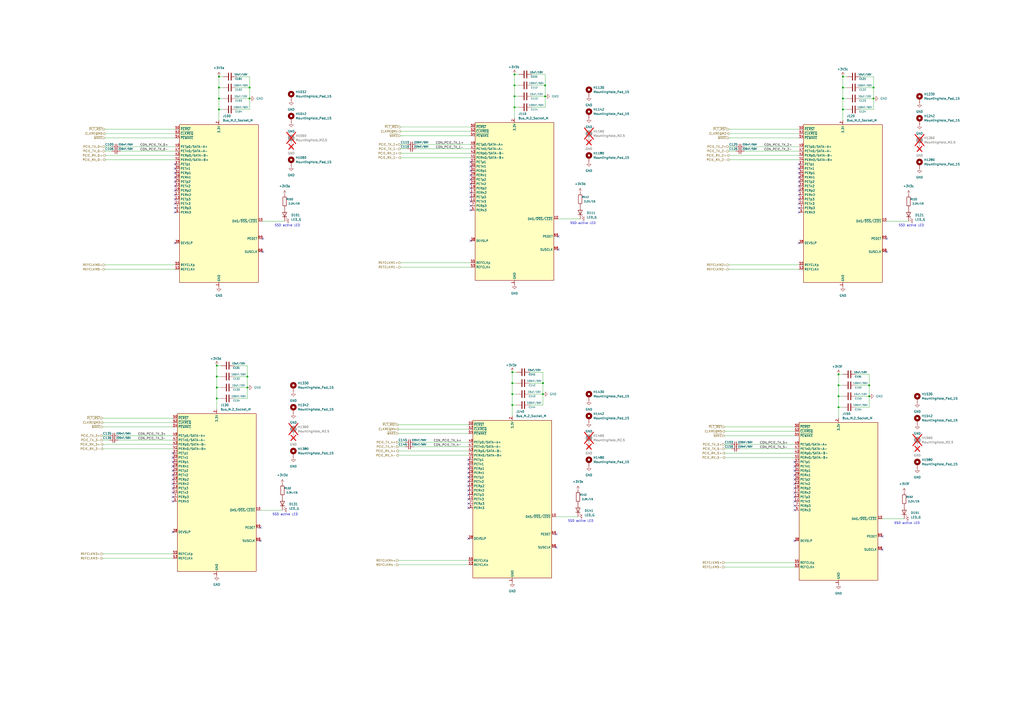
<source format=kicad_sch>
(kicad_sch (version 20231120) (generator "eeschema") (generator_version "8.0")
  (paper "A2")
  (title_block (title "nvme Carrier for LattePanda Mu") (date "2024-07-13") (rev "V1.0"))
  (junction (at 297.18 228.6))
  (junction (at 127 44.45))
  (junction (at 486.41 217.17))
  (junction (at 127 50.8))
  (junction (at 127 57.15))
  (junction (at 125.73 224.79))
  (junction (at 316.23 55.88))
  (junction (at 506.73 57.15))
  (junction (at 127 63.5))
  (junction (at 314.96 228.6))
  (junction (at 143.51 218.44))
  (junction (at 297.18 222.25))
  (junction (at 298.45 62.23))
  (junction (at 298.45 43.18))
  (junction (at 125.73 218.44))
  (junction (at 488.95 57.15))
  (junction (at 488.95 50.8))
  (junction (at 486.41 229.87))
  (junction (at 298.45 49.53))
  (junction (at 125.73 231.14))
  (junction (at 486.41 223.52))
  (junction (at 144.78 50.8))
  (junction (at 486.41 236.22))
  (junction (at 504.19 229.87))
  (junction (at 314.96 222.25))
  (junction (at 144.78 57.15))
  (junction (at 143.51 224.79))
  (junction (at 297.18 234.95))
  (junction (at 506.73 50.8))
  (junction (at 488.95 44.45))
  (junction (at 297.18 215.9))
  (junction (at 316.23 49.53))
  (junction (at 504.19 223.52))
  (junction (at 488.95 63.5))
  (junction (at 298.45 55.88))
  (junction (at 125.73 212.09))
  (no_connect (at 101.6 123.19))
  (no_connect (at 271.78 289.56))
  (no_connect (at 271.78 269.24))
  (no_connect (at 463.55 97.79))
  (no_connect (at 273.05 96.52))
  (no_connect (at 461.01 285.75))
  (no_connect (at 152.4 138.43))
  (no_connect (at 271.78 276.86))
  (no_connect (at 461.01 273.05))
  (no_connect (at 271.78 266.7))
  (no_connect (at 463.55 102.87))
  (no_connect (at 463.55 113.03))
  (no_connect (at 100.33 308.61))
  (no_connect (at 101.6 115.57))
  (no_connect (at 323.85 137.16))
  (no_connect (at 101.6 107.95))
  (no_connect (at 323.85 144.78))
  (no_connect (at 101.6 110.49))
  (no_connect (at 463.55 118.11))
  (no_connect (at 463.55 140.97))
  (no_connect (at 101.6 102.87))
  (no_connect (at 273.05 104.14))
  (no_connect (at 463.55 105.41))
  (no_connect (at 322.58 317.5))
  (no_connect (at 273.05 121.92))
  (no_connect (at 271.78 287.02))
  (no_connect (at 151.13 313.69))
  (no_connect (at 101.6 120.65))
  (no_connect (at 463.55 95.25))
  (no_connect (at 273.05 109.22))
  (no_connect (at 463.55 110.49))
  (no_connect (at 322.58 309.88))
  (no_connect (at 461.01 275.59))
  (no_connect (at 511.81 311.15))
  (no_connect (at 461.01 290.83))
  (no_connect (at 101.6 140.97))
  (no_connect (at 100.33 265.43))
  (no_connect (at 273.05 93.98))
  (no_connect (at 463.55 100.33))
  (no_connect (at 273.05 101.6))
  (no_connect (at 100.33 273.05))
  (no_connect (at 101.6 118.11))
  (no_connect (at 271.78 284.48))
  (no_connect (at 461.01 278.13))
  (no_connect (at 461.01 313.69))
  (no_connect (at 273.05 106.68))
  (no_connect (at 461.01 267.97))
  (no_connect (at 100.33 290.83))
  (no_connect (at 100.33 270.51))
  (no_connect (at 271.78 274.32))
  (no_connect (at 463.55 115.57))
  (no_connect (at 100.33 267.97))
  (no_connect (at 463.55 120.65))
  (no_connect (at 461.01 283.21))
  (no_connect (at 271.78 271.78))
  (no_connect (at 101.6 105.41))
  (no_connect (at 461.01 293.37))
  (no_connect (at 273.05 119.38))
  (no_connect (at 461.01 295.91))
  (no_connect (at 271.78 292.1))
  (no_connect (at 101.6 95.25))
  (no_connect (at 100.33 285.75))
  (no_connect (at 271.78 279.4))
  (no_connect (at 514.35 138.43))
  (no_connect (at 101.6 97.79))
  (no_connect (at 151.13 306.07))
  (no_connect (at 271.78 312.42))
  (no_connect (at 461.01 280.67))
  (no_connect (at 461.01 288.29))
  (no_connect (at 271.78 281.94))
  (no_connect (at 273.05 114.3))
  (no_connect (at 100.33 262.89))
  (no_connect (at 463.55 123.19))
  (no_connect (at 100.33 288.29))
  (no_connect (at 271.78 294.64))
  (no_connect (at 273.05 139.7))
  (no_connect (at 273.05 116.84))
  (no_connect (at 100.33 280.67))
  (no_connect (at 511.81 318.77))
  (no_connect (at 100.33 278.13))
  (no_connect (at 152.4 146.05))
  (no_connect (at 273.05 111.76))
  (no_connect (at 100.33 283.21))
  (no_connect (at 100.33 275.59))
  (no_connect (at 514.35 146.05))
  (no_connect (at 461.01 270.51))
  (no_connect (at 463.55 107.95))
  (no_connect (at 273.05 99.06))
  (no_connect (at 101.6 113.03))
  (no_connect (at 101.6 100.33))
  (wire (pts (xy 504.19 217.17) (xy 504.19 223.52)))
  (wire (pts (xy 308.61 49.53) (xy 316.23 49.53)))
  (wire (pts (xy 514.35 128.27) (xy 527.05 128.27)))
  (wire (pts (xy 125.73 231.14) (xy 125.73 237.49)))
  (wire (pts (xy 307.34 215.9) (xy 314.96 215.9)))
  (wire (pts (xy 298.45 49.53) (xy 298.45 55.88)))
  (wire (pts (xy 316.23 49.53) (xy 316.23 55.88)))
  (wire (pts (xy 59.69 257.81) (xy 100.33 257.81)))
  (wire (pts (xy 486.41 236.22) (xy 486.41 242.57)))
  (wire (pts (xy 144.78 50.8) (xy 144.78 57.15)))
  (wire (pts (xy 232.41 152.4) (xy 273.05 152.4)))
  (wire (pts (xy 491.49 63.5) (xy 488.95 63.5)))
  (wire (pts (xy 59.69 245.11) (xy 100.33 245.11)))
  (wire (pts (xy 431.8 85.09) (xy 463.55 85.09)))
  (wire (pts (xy 499.11 63.5) (xy 506.73 63.5)))
  (wire (pts (xy 422.91 77.47) (xy 463.55 77.47)))
  (wire (pts (xy 232.41 88.9) (xy 273.05 88.9)))
  (wire (pts (xy 68.58 252.73) (xy 100.33 252.73)))
  (wire (pts (xy 307.34 234.95) (xy 314.96 234.95)))
  (wire (pts (xy 298.45 62.23) (xy 298.45 68.58)))
  (wire (pts (xy 60.96 87.63) (xy 64.77 87.63)))
  (wire (pts (xy 299.72 234.95) (xy 297.18 234.95)))
  (wire (pts (xy 506.73 44.45) (xy 506.73 50.8)))
  (wire (pts (xy 420.37 257.81) (xy 424.18 257.81)))
  (wire (pts (xy 59.69 323.85) (xy 100.33 323.85)))
  (wire (pts (xy 297.18 222.25) (xy 299.72 222.25)))
  (wire (pts (xy 488.95 50.8) (xy 488.95 57.15)))
  (wire (pts (xy 314.96 222.25) (xy 314.96 228.6)))
  (wire (pts (xy 420.37 326.39) (xy 461.01 326.39)))
  (wire (pts (xy 429.26 260.35) (xy 461.01 260.35)))
  (wire (pts (xy 422.91 156.21) (xy 463.55 156.21)))
  (wire (pts (xy 499.11 57.15) (xy 506.73 57.15)))
  (wire (pts (xy 488.95 50.8) (xy 491.49 50.8)))
  (wire (pts (xy 486.41 229.87) (xy 486.41 236.22)))
  (wire (pts (xy 232.41 83.82) (xy 236.22 83.82)))
  (wire (pts (xy 127 63.5) (xy 127 69.85)))
  (wire (pts (xy 59.69 321.31) (xy 100.33 321.31)))
  (wire (pts (xy 420.37 328.93) (xy 461.01 328.93)))
  (wire (pts (xy 127 50.8) (xy 127 57.15)))
  (wire (pts (xy 316.23 43.18) (xy 316.23 49.53)))
  (wire (pts (xy 127 44.45) (xy 129.54 44.45)))
  (wire (pts (xy 59.69 260.35) (xy 100.33 260.35)))
  (wire (pts (xy 298.45 43.18) (xy 300.99 43.18)))
  (wire (pts (xy 59.69 247.65) (xy 100.33 247.65)))
  (wire (pts (xy 420.37 260.35) (xy 424.18 260.35)))
  (wire (pts (xy 232.41 154.94) (xy 273.05 154.94)))
  (wire (pts (xy 144.78 44.45) (xy 144.78 50.8)))
  (wire (pts (xy 129.54 57.15) (xy 127 57.15)))
  (wire (pts (xy 506.73 50.8) (xy 506.73 57.15)))
  (wire (pts (xy 499.11 44.45) (xy 506.73 44.45)))
  (wire (pts (xy 125.73 218.44) (xy 125.73 224.79)))
  (wire (pts (xy 420.37 265.43) (xy 461.01 265.43)))
  (wire (pts (xy 491.49 57.15) (xy 488.95 57.15)))
  (wire (pts (xy 297.18 228.6) (xy 297.18 234.95)))
  (wire (pts (xy 231.14 246.38) (xy 271.78 246.38)))
  (wire (pts (xy 137.16 50.8) (xy 144.78 50.8)))
  (wire (pts (xy 240.03 259.08) (xy 271.78 259.08)))
  (wire (pts (xy 129.54 63.5) (xy 127 63.5)))
  (wire (pts (xy 127 44.45) (xy 127 50.8)))
  (wire (pts (xy 231.14 259.08) (xy 234.95 259.08)))
  (wire (pts (xy 125.73 224.79) (xy 125.73 231.14)))
  (wire (pts (xy 60.96 74.93) (xy 101.6 74.93)))
  (wire (pts (xy 496.57 217.17) (xy 504.19 217.17)))
  (wire (pts (xy 232.41 73.66) (xy 273.05 73.66)))
  (wire (pts (xy 308.61 55.88) (xy 316.23 55.88)))
  (wire (pts (xy 60.96 85.09) (xy 64.77 85.09)))
  (wire (pts (xy 137.16 44.45) (xy 144.78 44.45)))
  (wire (pts (xy 60.96 80.01) (xy 101.6 80.01)))
  (wire (pts (xy 300.99 55.88) (xy 298.45 55.88)))
  (wire (pts (xy 300.99 62.23) (xy 298.45 62.23)))
  (wire (pts (xy 231.14 251.46) (xy 271.78 251.46)))
  (wire (pts (xy 299.72 228.6) (xy 297.18 228.6)))
  (wire (pts (xy 298.45 49.53) (xy 300.99 49.53)))
  (wire (pts (xy 422.91 80.01) (xy 463.55 80.01)))
  (wire (pts (xy 240.03 256.54) (xy 271.78 256.54)))
  (wire (pts (xy 504.19 236.22) (xy 504.19 229.87)))
  (wire (pts (xy 60.96 153.67) (xy 101.6 153.67)))
  (wire (pts (xy 231.14 327.66) (xy 271.78 327.66)))
  (wire (pts (xy 68.58 255.27) (xy 100.33 255.27)))
  (wire (pts (xy 135.89 224.79) (xy 143.51 224.79)))
  (wire (pts (xy 60.96 156.21) (xy 101.6 156.21)))
  (wire (pts (xy 420.37 252.73) (xy 461.01 252.73)))
  (wire (pts (xy 232.41 86.36) (xy 236.22 86.36)))
  (wire (pts (xy 60.96 92.71) (xy 101.6 92.71)))
  (wire (pts (xy 297.18 222.25) (xy 297.18 228.6)))
  (wire (pts (xy 297.18 215.9) (xy 299.72 215.9)))
  (wire (pts (xy 232.41 78.74) (xy 273.05 78.74)))
  (wire (pts (xy 486.41 217.17) (xy 486.41 223.52)))
  (wire (pts (xy 486.41 217.17) (xy 488.95 217.17)))
  (wire (pts (xy 128.27 224.79) (xy 125.73 224.79)))
  (wire (pts (xy 488.95 229.87) (xy 486.41 229.87)))
  (wire (pts (xy 511.81 300.99) (xy 524.51 300.99)))
  (wire (pts (xy 488.95 236.22) (xy 486.41 236.22)))
  (wire (pts (xy 422.91 153.67) (xy 463.55 153.67)))
  (wire (pts (xy 297.18 215.9) (xy 297.18 222.25)))
  (wire (pts (xy 504.19 223.52) (xy 504.19 229.87)))
  (wire (pts (xy 59.69 242.57) (xy 100.33 242.57)))
  (wire (pts (xy 420.37 262.89) (xy 461.01 262.89)))
  (wire (pts (xy 422.91 85.09) (xy 426.72 85.09)))
  (wire (pts (xy 60.96 90.17) (xy 101.6 90.17)))
  (wire (pts (xy 297.18 234.95) (xy 297.18 241.3)))
  (wire (pts (xy 488.95 63.5) (xy 488.95 69.85)))
  (wire (pts (xy 431.8 87.63) (xy 463.55 87.63)))
  (wire (pts (xy 488.95 44.45) (xy 488.95 50.8)))
  (wire (pts (xy 241.3 83.82) (xy 273.05 83.82)))
  (wire (pts (xy 60.96 77.47) (xy 101.6 77.47)))
  (wire (pts (xy 125.73 212.09) (xy 125.73 218.44)))
  (wire (pts (xy 488.95 44.45) (xy 491.49 44.45)))
  (wire (pts (xy 420.37 250.19) (xy 461.01 250.19)))
  (wire (pts (xy 127 50.8) (xy 129.54 50.8)))
  (wire (pts (xy 506.73 63.5) (xy 506.73 57.15)))
  (wire (pts (xy 151.13 295.91) (xy 163.83 295.91)))
  (wire (pts (xy 152.4 128.27) (xy 165.1 128.27)))
  (wire (pts (xy 135.89 231.14) (xy 143.51 231.14)))
  (wire (pts (xy 232.41 76.2) (xy 273.05 76.2)))
  (wire (pts (xy 125.73 218.44) (xy 128.27 218.44)))
  (wire (pts (xy 125.73 212.09) (xy 128.27 212.09)))
  (wire (pts (xy 488.95 57.15) (xy 488.95 63.5)))
  (wire (pts (xy 232.41 91.44) (xy 273.05 91.44)))
  (wire (pts (xy 135.89 212.09) (xy 143.51 212.09)))
  (wire (pts (xy 143.51 231.14) (xy 143.51 224.79)))
  (wire (pts (xy 307.34 222.25) (xy 314.96 222.25)))
  (wire (pts (xy 231.14 261.62) (xy 271.78 261.62)))
  (wire (pts (xy 137.16 57.15) (xy 144.78 57.15)))
  (wire (pts (xy 143.51 212.09) (xy 143.51 218.44)))
  (wire (pts (xy 496.57 229.87) (xy 504.19 229.87)))
  (wire (pts (xy 241.3 86.36) (xy 273.05 86.36)))
  (wire (pts (xy 422.91 92.71) (xy 463.55 92.71)))
  (wire (pts (xy 59.69 255.27) (xy 63.5 255.27)))
  (wire (pts (xy 231.14 264.16) (xy 271.78 264.16)))
  (wire (pts (xy 323.85 127) (xy 336.55 127)))
  (wire (pts (xy 231.14 256.54) (xy 234.95 256.54)))
  (wire (pts (xy 422.91 90.17) (xy 463.55 90.17)))
  (wire (pts (xy 298.45 55.88) (xy 298.45 62.23)))
  (wire (pts (xy 128.27 231.14) (xy 125.73 231.14)))
  (wire (pts (xy 69.85 85.09) (xy 101.6 85.09)))
  (wire (pts (xy 314.96 234.95) (xy 314.96 228.6)))
  (wire (pts (xy 135.89 218.44) (xy 143.51 218.44)))
  (wire (pts (xy 486.41 223.52) (xy 486.41 229.87)))
  (wire (pts (xy 422.91 87.63) (xy 426.72 87.63)))
  (wire (pts (xy 496.57 223.52) (xy 504.19 223.52)))
  (wire (pts (xy 496.57 236.22) (xy 504.19 236.22)))
  (wire (pts (xy 486.41 223.52) (xy 488.95 223.52)))
  (wire (pts (xy 429.26 257.81) (xy 461.01 257.81)))
  (wire (pts (xy 137.16 63.5) (xy 144.78 63.5)))
  (wire (pts (xy 231.14 325.12) (xy 271.78 325.12)))
  (wire (pts (xy 298.45 43.18) (xy 298.45 49.53)))
  (wire (pts (xy 308.61 43.18) (xy 316.23 43.18)))
  (wire (pts (xy 420.37 247.65) (xy 461.01 247.65)))
  (wire (pts (xy 127 57.15) (xy 127 63.5)))
  (wire (pts (xy 314.96 215.9) (xy 314.96 222.25)))
  (wire (pts (xy 143.51 218.44) (xy 143.51 224.79)))
  (wire (pts (xy 316.23 62.23) (xy 316.23 55.88)))
  (wire (pts (xy 499.11 50.8) (xy 506.73 50.8)))
  (wire (pts (xy 307.34 228.6) (xy 314.96 228.6)))
  (wire (pts (xy 144.78 63.5) (xy 144.78 57.15)))
  (wire (pts (xy 59.69 252.73) (xy 63.5 252.73)))
  (wire (pts (xy 231.14 248.92) (xy 271.78 248.92)))
  (wire (pts (xy 69.85 87.63) (xy 101.6 87.63)))
  (wire (pts (xy 308.61 62.23) (xy 316.23 62.23)))
  (wire (pts (xy 422.91 74.93) (xy 463.55 74.93)))
  (wire (pts (xy 322.58 299.72) (xy 335.28 299.72)))
  (text "SSD active LED" (at 157.988 299.212 0) (effects (font (size 1.27 1.27)) (justify left bottom)))
  (text "SSD active LED" (at 159.258 131.572 0) (effects (font (size 1.27 1.27)) (justify left bottom)))
  (text "SSD active LED" (at 329.438 303.022 0) (effects (font (size 1.27 1.27)) (justify left bottom)))
  (text "SSD active LED" (at 518.668 304.292 0) (effects (font (size 1.27 1.27)) (justify left bottom)))
  (text "SSD active LED" (at 521.208 131.572 0) (effects (font (size 1.27 1.27)) (justify left bottom)))
  (text "SSD active LED" (at 330.708 130.302 0) (effects (font (size 1.27 1.27)) (justify left bottom)))
  (label "CON_PCIE_TX_0-" (at 81.28 87.63 0))
  (label "CON_PCIE_TX_4+" (at 251.46 256.54 0))
  (label "CON_PCIE_TX_0+" (at 81.28 85.09 0))
  (label "CON_PCIE_TX_5-" (at 440.69 260.35 0))
  (label "CON_PCIE_TX_1+" (at 252.73 83.82 0))
  (label "CON_PCIE_TX_5+" (at 440.69 257.81 0))
  (label "CON_PCIE_TX_2-" (at 443.23 87.63 0))
  (label "CON_PCIE_TX_2+" (at 443.23 85.09 0))
  (label "CON_PCIE_TX_3+" (at 80.01 252.73 0))
  (label "CON_PCIE_TX_4-" (at 251.46 259.08 0))
  (label "CON_PCIE_TX_3-" (at 80.01 255.27 0))
  (label "CON_PCIE_TX_1-" (at 252.73 86.36 0))
  (hierarchical_label "REFCLKM0+" (shape input) (at 60.96 153.67 180))
  (hierarchical_label "CLKREQM0" (shape output) (at 60.96 77.47 180))
  (hierarchical_label "PCIE_TX_5-" (shape input) (at 420.37 260.35 180))
  (hierarchical_label "PCIE_RX_5+" (shape output) (at 420.37 262.89 180))
  (hierarchical_label "CLKREQM1" (shape output) (at 232.41 76.2 180))
  (hierarchical_label "CLKREQM5" (shape output) (at 420.37 250.19 180))
  (hierarchical_label "CLKREQM4" (shape output) (at 231.14 248.92 180))
  (hierarchical_label "~{PLT_RST}" (shape input) (at 232.41 73.66 180))
  (hierarchical_label "~{WAKE}" (shape input) (at 422.91 80.01 180))
  (hierarchical_label "CLKREQM3" (shape output) (at 59.69 245.11 180))
  (hierarchical_label "PCIE_RX_3-" (shape output) (at 59.69 260.35 180))
  (hierarchical_label "PCIE_TX_1+" (shape input) (at 232.41 83.82 180))
  (hierarchical_label "PCIE_TX_2-" (shape input) (at 422.91 87.63 180))
  (hierarchical_label "PCIE_RX_0+" (shape output) (at 60.96 90.17 180))
  (hierarchical_label "~{PLT_RST}" (shape input) (at 420.37 247.65 180))
  (hierarchical_label "~{WAKE}" (shape input) (at 232.41 78.74 180))
  (hierarchical_label "REFCLKM2+" (shape input) (at 422.91 153.67 180))
  (hierarchical_label "~{PLT_RST}" (shape input) (at 59.69 242.57 180))
  (hierarchical_label "REFCLKM1-" (shape input) (at 232.41 154.94 180))
  (hierarchical_label "PCIE_RX_5-" (shape output) (at 420.37 265.43 180))
  (hierarchical_label "~{WAKE}" (shape input) (at 231.14 251.46 180))
  (hierarchical_label "PCIE_RX_2+" (shape output) (at 422.91 90.17 180))
  (hierarchical_label "PCIE_TX_3+" (shape input) (at 59.69 252.73 180))
  (hierarchical_label "PCIE_RX_1+" (shape output) (at 232.41 88.9 180))
  (hierarchical_label "PCIE_RX_4+" (shape output) (at 231.14 261.62 180))
  (hierarchical_label "PCIE_TX_4+" (shape input) (at 231.14 256.54 180))
  (hierarchical_label "PCIE_TX_4-" (shape input) (at 231.14 259.08 180))
  (hierarchical_label "PCIE_RX_0-" (shape output) (at 60.96 92.71 180))
  (hierarchical_label "~{PLT_RST}" (shape input) (at 422.91 74.93 180))
  (hierarchical_label "REFCLKM3-" (shape input) (at 59.69 323.85 180))
  (hierarchical_label "~{WAKE}" (shape input) (at 60.96 80.01 180))
  (hierarchical_label "REFCLKM5-" (shape input) (at 420.37 328.93 180))
  (hierarchical_label "PCIE_TX_0+" (shape input) (at 60.96 85.09 180))
  (hierarchical_label "PCIE_RX_2-" (shape output) (at 422.91 92.71 180))
  (hierarchical_label "REFCLKM1+" (shape input) (at 232.41 152.4 180))
  (hierarchical_label "~{WAKE}" (shape input) (at 420.37 252.73 180))
  (hierarchical_label "~{WAKE}" (shape input) (at 59.69 247.65 180))
  (hierarchical_label "PCIE_TX_0-" (shape input) (at 60.96 87.63 180))
  (hierarchical_label "PCIE_RX_1-" (shape output) (at 232.41 91.44 180))
  (hierarchical_label "REFCLKM5+" (shape input) (at 420.37 326.39 180))
  (hierarchical_label "REFCLKM4-" (shape input) (at 231.14 327.66 180))
  (hierarchical_label "REFCLKM3+" (shape input) (at 59.69 321.31 180))
  (hierarchical_label "REFCLKM4+" (shape input) (at 231.14 325.12 180))
  (hierarchical_label "PCIE_TX_3-" (shape input) (at 59.69 255.27 180))
  (hierarchical_label "PCIE_TX_5+" (shape input) (at 420.37 257.81 180))
  (hierarchical_label "REFCLKM2-" (shape input) (at 422.91 156.21 180))
  (hierarchical_label "PCIE_RX_3+" (shape output) (at 59.69 257.81 180))
  (hierarchical_label "~{PLT_RST}" (shape input) (at 60.96 74.93 180))
  (hierarchical_label "PCIE_RX_4-" (shape output) (at 231.14 264.16 180))
  (hierarchical_label "~{PLT_RST}" (shape input) (at 231.14 246.38 180))
  (hierarchical_label "PCIE_TX_2+" (shape input) (at 422.91 85.09 180))
  (hierarchical_label "CLKREQM2" (shape output) (at 422.91 77.47 180))
  (hierarchical_label "PCIE_TX_1-" (shape input) (at 232.41 86.36 180))
  (hierarchical_label "REFCLKM0-" (shape input) (at 60.96 156.21 180))
  (symbol (lib_id "Connector:Bus_M.2_Socket_M") (at 127 118.11 0) (unit 1)
    (property "Reference" "J100" (at 129.1941 67.31 0) (effects (justify left)))
    (property "Value" "Bus_M.2_Socket_M" (at 129.1941 69.85 0) (effects (justify left)))
    (property "Footprint" "A_HDJ_Library:PCIe_M.2_Connectors_P=0.5mm_H=4.2mm_KeyM" (effects (hide yes)))
    (property "Datasheet" "https://www.te.com/de/product-1-2199230-5.datasheet.pdf" (effects (hide yes)))
    (property "Part#" "C590854" (effects (hide yes)))
    (property "MPN" "1-2199230-5" (effects (hide yes)))
    (property "Package" "SMD,P=0.5mm,Surface Mount，Right Angle" (effects (hide yes)))
    (property "LCSC Part #" "C590854" (effects (hide yes)))
    (property "MPN_alt" "APCI0079-P002A" (effects (hide yes)))
  )
  (symbol (lib_id "power:GND") (at 314.96 228.6 90) (unit 1)
    (property "Reference" "#PWR0141" (effects (hide yes)))
    (property "Value" "GND" (at 318.77 228.6 90) (effects (justify right)))
  )
  (symbol (lib_id "Device:C") (at 492.76 217.17 270) (unit 1)
    (property "Reference" "C151" (at 497.84 218.44 90) (effects (font (size 1 1))))
    (property "Value" "10uF/10V" (at 499.11 215.9 90) (effects (font (size 1 1))))
    (property "Footprint" "A_HDJ_Library:C_0402_1005Metric" (effects (hide yes)))
    (property "Datasheet" "https://wmsc.lcsc.com/wmsc/upload/file/pdf/v2/lcsc/2312201433_Samsung-Electro-Mechanics-CL05A106MP5NUNC_C315248.pdf" (effects (hide yes)))
    (property "SCH_Show_Footprint" "C0402" (effects (hide yes)))
    (property "Part#" "C315248" (effects (hide yes)))
    (property "MPN" "CL05A106MP5NUNC" (effects (hide yes)))
    (property "Package" "0402" (effects (hide yes)))
    (property "LCSC Part #" "C315248" (effects (hide yes)))
  )
  (symbol (lib_id "Device:C") (at 133.35 63.5 270) (unit 1)
    (property "Reference" "C104" (at 138.43 64.77 90) (effects (font (size 1 1))))
    (property "Value" "100nF/50V" (at 139.7 62.23 90) (effects (font (size 1 1))))
    (property "Footprint" "A_HDJ_Library:C_0402_1005Metric" (effects (hide yes)))
    (property "Datasheet" "https://wmsc.lcsc.com/wmsc/upload/file/pdf/v2/lcsc/1809272047_Murata-Electronics-GRM155R71H104KE14D_C77020.pdf" (effects (hide yes)))
    (property "SCH_Show_Footprint" "C0402" (effects (hide yes)))
    (property "Part#" "C77020" (effects (hide yes)))
    (property "MPN" "GRM155R71H104KE14D" (effects (hide yes)))
    (property "Package" "0402" (effects (hide yes)))
    (property "LCSC Part #" "C77020" (effects (hide yes)))
  )
  (symbol (lib_id "power:+3V3") (at 486.41 217.17 0) (unit 1)
    (property "Reference" "#PWR0145" (effects (hide yes)))
    (property "Value" "+3V3f" (at 482.6 212.598 0) (effects (justify left)))
  )
  (symbol (lib_id "Mechanical:MountingHole_Pad") (at 532.13 231.14 0) (unit 1) (in_bom no)
    (property "Reference" "H1530" (at 534.67 228.6 0) (effects (justify left)))
    (property "Value" "MountingHole_Pad_15" (at 534.67 231.14 0) (effects (justify left)))
    (property "Footprint" "A_HDJ_Library:MountingHole_3mm_M2_Pad_TopOnly" (effects (hide yes)))
    (property "Datasheet" "https://www.lcsc.com/datasheet/lcsc_datasheet_2410121507_YIYUAN-SMTWEM215STR_C5221852.pdf" (effects (hide yes)))
    (property "Package" "MountingHole" (effects (hide yes)))
    (property "LCSC Part #" "C5221852" (effects (hide yes)))
    (property "MPN" "SMTWEM215STR" (effects (hide yes)))
  )
  (symbol (lib_id "Device:C") (at 303.53 234.95 270) (unit 1)
    (property "Reference" "C144" (at 308.61 236.22 90) (effects (font (size 1 1))))
    (property "Value" "100nF/50V" (at 309.88 233.68 90) (effects (font (size 1 1))))
    (property "Footprint" "A_HDJ_Library:C_0402_1005Metric" (effects (hide yes)))
    (property "Datasheet" "https://wmsc.lcsc.com/wmsc/upload/file/pdf/v2/lcsc/1809272047_Murata-Electronics-GRM155R71H104KE14D_C77020.pdf" (effects (hide yes)))
    (property "SCH_Show_Footprint" "C0402" (effects (hide yes)))
    (property "Part#" "C77020" (effects (hide yes)))
    (property "MPN" "GRM155R71H104KE14D" (effects (hide yes)))
    (property "Package" "0402" (effects (hide yes)))
    (property "LCSC Part #" "C77020" (effects (hide yes)))
  )
  (symbol (lib_id "Mechanical:MountingHole_Pad") (at 533.4 95.25 0) (unit 1) (in_bom no)
    (property "Reference" "H1280" (at 535.94 92.7099 0) (effects (justify left)))
    (property "Value" "MountingHole_Pad_15" (at 535.94 95.2499 0) (effects (justify left)))
    (property "Footprint" "A_HDJ_Library:MountingHole_3mm_M2_Pad_TopOnly" (effects (hide yes)))
    (property "Datasheet" "https://www.lcsc.com/datasheet/lcsc_datasheet_2410121507_YIYUAN-SMTWEM215STR_C5221852.pdf" (effects (hide yes)))
    (property "Package" "MountingHole" (effects (hide yes)))
    (property "LCSC Part #" "C5221852" (effects (hide yes)))
    (property "MPN" "SMTWEM215STR" (effects (hide yes)))
  )
  (symbol (lib_id "Mechanical:MountingHole_Pad") (at 341.63 242.57 0) (unit 1) (in_bom no)
    (property "Reference" "H1442" (at 344.17 240.0299 0) (effects (justify left)))
    (property "Value" "MountingHole_Pad_15" (at 344.17 242.5699 0) (effects (justify left)))
    (property "Footprint" "A_HDJ_Library:MountingHole_3mm_M2_Pad_TopOnly" (effects (hide yes)))
    (property "Datasheet" "https://www.lcsc.com/datasheet/lcsc_datasheet_2410121507_YIYUAN-SMTWEM215STR_C5221852.pdf" (effects (hide yes)))
    (property "Package" "MountingHole" (effects (hide yes)))
    (property "LCSC Part #" "C5221852" (effects (hide yes)))
    (property "MPN" "SMTWEM215STR" (effects (hide yes)))
  )
  (symbol (lib_id "power:GND") (at 168.91 83.82 0) (unit 1) (in_bom no) (on_board no) (dnp yes)
    (property "Reference" "#PWR0157" (effects (hide yes)))
    (property "Value" "GND" (at 168.91 88.9 0))
  )
  (symbol (lib_id "power:GND") (at 504.19 229.87 90) (unit 1)
    (property "Reference" "#PWR0147" (effects (hide yes)))
    (property "Value" "GND" (at 508 229.87 90) (effects (justify right)))
  )
  (symbol (lib_id "power:GND") (at 533.4 85.09 0) (unit 1) (in_bom no) (on_board no) (dnp yes)
    (property "Reference" "#PWR0165" (effects (hide yes)))
    (property "Value" "GND" (at 533.4 90.17 0))
  )
  (symbol (lib_id "Device:R") (at 336.55 115.57 180) (unit 1)
    (property "Reference" "R112" (at 341.63 114.3 0) (effects (font (size 1 1)) (justify left)))
    (property "Value" "2.2K/1%" (at 345.44 116.84 0) (effects (font (size 1 1)) (justify left)))
    (property "Footprint" "A_HDJ_Library:R_0402_1005Metric" (effects (hide yes)))
    (property "Datasheet" "https://wmsc.lcsc.com/wmsc/upload/file/pdf/v2/lcsc/2304140030_YAGEO-RC0402FR-072K2L_C114762.pdf" (effects (hide yes)))
    (property "Part#" "C114762" (effects (hide yes)))
    (property "MPN" "RC0402FR-072K2L" (effects (hide yes)))
    (property "Package" "0402" (effects (hide yes)))
    (property "LCSC Part #" "C114762" (effects (hide yes)))
  )
  (symbol (lib_id "Device:C_Small") (at 238.76 86.36 90) (unit 1)
    (property "Reference" "C116" (at 237.49 85.09 90) (effects (justify left)))
    (property "Value" "220nF/50V" (at 240.03 85.09 90) (effects (font (size 1 1)) (justify right)))
    (property "Footprint" "A_HDJ_Library:C_0402_1005Metric" (effects (hide yes)))
    (property "Datasheet" "https://wmsc.lcsc.com/wmsc/upload/file/pdf/v2/lcsc/2209081730_Murata-Electronics-GRM155R61H224KE01D_C5159775.pdf" (effects (hide yes)))
    (property "SCH_Show_Footprint" "C0402" (effects (hide yes)))
    (property "Part#" "C5159775" (effects (hide yes)))
    (property "MPN" "GRM155R61H224KE01D" (effects (hide yes)))
    (property "Package" "0402" (effects (hide yes)))
    (property "LCSC Part #" "C5159775" (effects (hide yes)))
    (instances (project "nvme Carrier for LattePanda Mu" (path "" (reference "C116") (unit 1))) (project "LPM-PCIeEx" (path "" (reference "C?") (unit 1))))
  )
  (symbol (lib_id "Device:C") (at 492.76 223.52 270) (unit 1)
    (property "Reference" "C152" (at 497.84 224.79 90) (effects (font (size 1 1))))
    (property "Value" "100nF/50V" (at 499.11 222.25 90) (effects (font (size 1 1))))
    (property "Footprint" "A_HDJ_Library:C_0402_1005Metric" (effects (hide yes)))
    (property "Datasheet" "https://wmsc.lcsc.com/wmsc/upload/file/pdf/v2/lcsc/1809272047_Murata-Electronics-GRM155R71H104KE14D_C77020.pdf" (effects (hide yes)))
    (property "SCH_Show_Footprint" "C0402" (effects (hide yes)))
    (property "Part#" "C77020" (effects (hide yes)))
    (property "MPN" "GRM155R71H104KE14D" (effects (hide yes)))
    (property "Package" "0402" (effects (hide yes)))
    (property "LCSC Part #" "C77020" (effects (hide yes)))
  )
  (symbol (lib_id "Device:C_Small") (at 66.04 255.27 90) (unit 1)
    (property "Reference" "C136" (at 64.77 254 90) (effects (justify left)))
    (property "Value" "220nF/50V" (at 67.31 254 90) (effects (font (size 1 1)) (justify right)))
    (property "Footprint" "A_HDJ_Library:C_0402_1005Metric" (effects (hide yes)))
    (property "Datasheet" "https://wmsc.lcsc.com/wmsc/upload/file/pdf/v2/lcsc/2209081730_Murata-Electronics-GRM155R61H224KE01D_C5159775.pdf" (effects (hide yes)))
    (property "SCH_Show_Footprint" "C0402" (effects (hide yes)))
    (property "Part#" "C5159775" (effects (hide yes)))
    (property "MPN" "GRM155R61H224KE01D" (effects (hide yes)))
    (property "Package" "0402" (effects (hide yes)))
    (property "LCSC Part #" "C5159775" (effects (hide yes)))
  )
  (symbol (lib_id "Device:C") (at 495.3 57.15 270) (unit 1)
    (property "Reference" "C123" (at 500.38 58.42 90) (effects (font (size 1 1))))
    (property "Value" "10uF/10V" (at 501.65 55.88 90) (effects (font (size 1 1))))
    (property "Footprint" "A_HDJ_Library:C_0402_1005Metric" (effects (hide yes)))
    (property "Datasheet" "https://wmsc.lcsc.com/wmsc/upload/file/pdf/v2/lcsc/2312201433_Samsung-Electro-Mechanics-CL05A106MP5NUNC_C315248.pdf" (effects (hide yes)))
    (property "SCH_Show_Footprint" "C0402" (effects (hide yes)))
    (property "Part#" "C315248" (effects (hide yes)))
    (property "MPN" "CL05A106MP5NUNC" (effects (hide yes)))
    (property "Package" "0402" (effects (hide yes)))
    (property "LCSC Part #" "C315248" (effects (hide yes)))
  )
  (symbol (lib_id "power:+3V3") (at 165.1 113.03 0) (unit 1)
    (property "Reference" "#PWR0124" (effects (hide yes)))
    (property "Value" "+3V3a" (at 165.1 107.95 0))
  )
  (symbol (lib_id "power:GND") (at 168.91 58.42 0) (unit 1) (in_bom no)
    (property "Reference" "#PWR070" (effects (hide yes)))
    (property "Value" "GND" (at 168.91 63.5 0))
  )
  (symbol (lib_id "power:+3V3") (at 335.28 284.48 0) (unit 1)
    (property "Reference" "#PWR0142" (effects (hide yes)))
    (property "Value" "+3V3e" (at 335.28 279.4 0))
  )
  (symbol (lib_id "Connector:Bus_M.2_Socket_M") (at 486.41 290.83 0) (unit 1)
    (property "Reference" "J150" (at 488.6041 240.03 0) (effects (justify left)))
    (property "Value" "Bus_M.2_Socket_M" (at 488.6041 242.57 0) (effects (justify left)))
    (property "Footprint" "A_HDJ_Library:PCIe_M.2_Connectors_P=0.5mm_H=4.2mm_KeyM" (effects (hide yes)))
    (property "Datasheet" "https://www.te.com/de/product-1-2199230-5.datasheet.pdf" (effects (hide yes)))
    (property "Part#" "C590854" (effects (hide yes)))
    (property "MPN" "1-2199230-5" (effects (hide yes)))
    (property "Package" "SMD,P=0.5mm,Surface Mount，Right Angle" (effects (hide yes)))
    (property "LCSC Part #" "C590854" (effects (hide yes)))
    (property "MPN_alt" "APCI0079-P002A" (effects (hide yes)))
  )
  (symbol (lib_id "Device:C") (at 304.8 55.88 270) (unit 1)
    (property "Reference" "C113" (at 309.88 57.15 90) (effects (font (size 1 1))))
    (property "Value" "10uF/10V" (at 311.15 54.61 90) (effects (font (size 1 1))))
    (property "Footprint" "A_HDJ_Library:C_0402_1005Metric" (effects (hide yes)))
    (property "Datasheet" "https://wmsc.lcsc.com/wmsc/upload/file/pdf/v2/lcsc/2312201433_Samsung-Electro-Mechanics-CL05A106MP5NUNC_C315248.pdf" (effects (hide yes)))
    (property "SCH_Show_Footprint" "C0402" (effects (hide yes)))
    (property "Part#" "C315248" (effects (hide yes)))
    (property "MPN" "CL05A106MP5NUNC" (effects (hide yes)))
    (property "Package" "0402" (effects (hide yes)))
    (property "LCSC Part #" "C315248" (effects (hide yes)))
  )
  (symbol (lib_id "Connector:Bus_M.2_Socket_M") (at 125.73 285.75 0) (unit 1)
    (property "Reference" "J130" (at 127.9241 234.95 0) (effects (justify left)))
    (property "Value" "Bus_M.2_Socket_M" (at 127.9241 237.49 0) (effects (justify left)))
    (property "Footprint" "A_HDJ_Library:PCIe_M.2_Connectors_P=0.5mm_H=4.2mm_KeyM" (effects (hide yes)))
    (property "Datasheet" "https://www.te.com/de/product-1-2199230-5.datasheet.pdf" (effects (hide yes)))
    (property "Part#" "C590854" (effects (hide yes)))
    (property "MPN" "1-2199230-5" (effects (hide yes)))
    (property "Package" "SMD,P=0.5mm,Surface Mount，Right Angle" (effects (hide yes)))
    (property "LCSC Part #" "C590854" (effects (hide yes)))
    (property "MPN_alt" "APCI0079-P002A" (effects (hide yes)))
  )
  (symbol (lib_id "Device:C") (at 133.35 44.45 270) (unit 1)
    (property "Reference" "C101" (at 138.43 45.72 90) (effects (font (size 1 1))))
    (property "Value" "10uF/10V" (at 139.7 43.18 90) (effects (font (size 1 1))))
    (property "Footprint" "A_HDJ_Library:C_0402_1005Metric" (effects (hide yes)))
    (property "Datasheet" "https://wmsc.lcsc.com/wmsc/upload/file/pdf/v2/lcsc/2312201433_Samsung-Electro-Mechanics-CL05A106MP5NUNC_C315248.pdf" (effects (hide yes)))
    (property "SCH_Show_Footprint" "C0402" (effects (hide yes)))
    (property "Part#" "C315248" (effects (hide yes)))
    (property "MPN" "CL05A106MP5NUNC" (effects (hide yes)))
    (property "Package" "0402" (effects (hide yes)))
    (property "LCSC Part #" "C315248" (effects (hide yes)))
  )
  (symbol (lib_id "power:GND") (at 170.18 240.03 0) (unit 1) (in_bom no)
    (property "Reference" "#PWR0168" (effects (hide yes)))
    (property "Value" "GND" (at 170.18 245.11 0))
  )
  (symbol (lib_id "Device:C") (at 132.08 224.79 270) (unit 1)
    (property "Reference" "C133" (at 137.16 226.06 90) (effects (font (size 1 1))))
    (property "Value" "10uF/10V" (at 138.43 223.52 90) (effects (font (size 1 1))))
    (property "Footprint" "A_HDJ_Library:C_0402_1005Metric" (effects (hide yes)))
    (property "Datasheet" "https://wmsc.lcsc.com/wmsc/upload/file/pdf/v2/lcsc/2312201433_Samsung-Electro-Mechanics-CL05A106MP5NUNC_C315248.pdf" (effects (hide yes)))
    (property "SCH_Show_Footprint" "C0402" (effects (hide yes)))
    (property "Part#" "C315248" (effects (hide yes)))
    (property "MPN" "CL05A106MP5NUNC" (effects (hide yes)))
    (property "Package" "0402" (effects (hide yes)))
    (property "LCSC Part #" "C315248" (effects (hide yes)))
  )
  (symbol (lib_id "Device:LED") (at 335.28 295.91 90) (unit 1)
    (property "Reference" "D141" (at 339.09 296.2274 90) (effects (justify right)))
    (property "Value" "LED_G" (at 339.09 298.7674 90) (effects (justify right)))
    (property "Footprint" "A_HDJ_Library:LED_0603_1608Metric" (effects (hide yes)))
    (property "Datasheet" "https://wmsc.lcsc.com/wmsc/upload/file/pdf/v2/lcsc/1912111437_Yongyu-Photoelectric-SZYY0603YG_C434423.pdf" (effects (hide yes)))
    (property "SCH_Show_Footprint" "LED0603" (effects (hide yes)))
    (property "Part#" "C434423" (effects (hide yes)))
    (property "MPN" "SZYY0603YG" (effects (hide yes)))
    (property "Package" "0603" (effects (hide yes)))
    (property "LCSC Part #" "C434423" (effects (hide yes)))
  )
  (symbol (lib_id "Mechanical:MountingHole_Pad") (at 341.63 267.97 0) (unit 1) (in_bom no)
    (property "Reference" "H1480" (at 344.17 265.4299 0) (effects (justify left)))
    (property "Value" "MountingHole_Pad_15" (at 344.17 267.9699 0) (effects (justify left)))
    (property "Footprint" "A_HDJ_Library:MountingHole_3mm_M2_Pad_TopOnly" (effects (hide yes)))
    (property "Datasheet" "https://www.lcsc.com/datasheet/lcsc_datasheet_2410121507_YIYUAN-SMTWEM215STR_C5221852.pdf" (effects (hide yes)))
    (property "Package" "MountingHole" (effects (hide yes)))
    (property "LCSC Part #" "C5221852" (effects (hide yes)))
    (property "MPN" "SMTWEM215STR" (effects (hide yes)))
  )
  (symbol (lib_id "power:GND") (at 170.18 265.43 0) (unit 1) (in_bom no)
    (property "Reference" "#PWR0170" (effects (hide yes)))
    (property "Value" "GND" (at 170.18 270.51 0))
  )
  (symbol (lib_id "power:GND") (at 168.91 96.52 0) (unit 1) (in_bom no)
    (property "Reference" "#PWR0158" (effects (hide yes)))
    (property "Value" "GND" (at 168.91 101.6 0))
  )
  (symbol (lib_id "power:GND") (at 316.23 55.88 90) (unit 1)
    (property "Reference" "#PWR067" (effects (hide yes)))
    (property "Value" "GND" (at 320.04 55.88 90) (effects (justify right)))
  )
  (symbol (lib_id "Mechanical:MountingHole_Pad") (at 168.91 93.98 0) (unit 1) (in_bom no)
    (property "Reference" "H1080" (at 171.45 91.4399 0) (effects (justify left)))
    (property "Value" "MountingHole_Pad_15" (at 171.45 93.9799 0) (effects (justify left)))
    (property "Footprint" "A_HDJ_Library:MountingHole_3mm_M2_Pad_TopOnly" (effects (hide yes)))
    (property "Datasheet" "https://www.lcsc.com/datasheet/lcsc_datasheet_2410121507_YIYUAN-SMTWEM215STR_C5221852.pdf" (effects (hide yes)))
    (property "Package" "MountingHole" (effects (hide yes)))
    (property "LCSC Part #" "C5221852" (effects (hide yes)))
    (property "MPN" "SMTWEM215STR" (effects (hide yes)))
  )
  (symbol (lib_id "Device:LED") (at 336.55 123.19 90) (unit 1)
    (property "Reference" "D111" (at 340.36 123.5074 90) (effects (justify right)))
    (property "Value" "LED_G" (at 340.36 126.0474 90) (effects (justify right)))
    (property "Footprint" "A_HDJ_Library:LED_0603_1608Metric" (effects (hide yes)))
    (property "Datasheet" "https://wmsc.lcsc.com/wmsc/upload/file/pdf/v2/lcsc/1912111437_Yongyu-Photoelectric-SZYY0603YG_C434423.pdf" (effects (hide yes)))
    (property "SCH_Show_Footprint" "LED0603" (effects (hide yes)))
    (property "Part#" "C434423" (effects (hide yes)))
    (property "MPN" "SZYY0603YG" (effects (hide yes)))
    (property "Package" "0603" (effects (hide yes)))
    (property "LCSC Part #" "C434423" (effects (hide yes)))
  )
  (symbol (lib_id "power:GND") (at 341.63 93.98 0) (unit 1) (in_bom no)
    (property "Reference" "#PWR0162" (effects (hide yes)))
    (property "Value" "GND" (at 341.63 99.06 0))
  )
  (symbol (lib_id "power:GND") (at 532.13 233.68 0) (unit 1) (in_bom no)
    (property "Reference" "#PWR0175" (effects (hide yes)))
    (property "Value" "GND" (at 532.13 238.76 0))
  )
  (symbol (lib_id "Mechanical:MountingHole_Pad") (at 341.63 53.34 0) (unit 1) (in_bom no)
    (property "Reference" "H1130" (at 344.17 50.8 0) (effects (justify left)))
    (property "Value" "MountingHole_Pad_15" (at 344.17 53.34 0) (effects (justify left)))
    (property "Footprint" "A_HDJ_Library:MountingHole_3mm_M2_Pad_TopOnly" (effects (hide yes)))
    (property "Datasheet" "https://www.lcsc.com/datasheet/lcsc_datasheet_2410121507_YIYUAN-SMTWEM215STR_C5221852.pdf" (effects (hide yes)))
    (property "Package" "MountingHole" (effects (hide yes)))
    (property "LCSC Part #" "C5221852" (effects (hide yes)))
    (property "MPN" "SMTWEM215STR" (effects (hide yes)))
  )
  (symbol (lib_id "Mechanical:MountingHole_Pad") (at 532.13 256.54 0) (unit 1) (in_bom no) (on_board no) (dnp yes)
    (property "Reference" "H1560" (at 534.67 253.9999 0) (effects (justify left)))
    (property "Value" "MountingHole_M2.5" (at 534.67 256.5399 0) (effects (justify left)))
    (property "Footprint" "MountingHole:MountingHole_2.7mm_M2.5_DIN965_Pad_TopBottom" (effects (hide yes)))
    (property "Package" "MountingHole" (effects (hide yes)))
  )
  (symbol (lib_id "power:+3V3") (at 524.51 285.75 0) (unit 1)
    (property "Reference" "#PWR0148" (effects (hide yes)))
    (property "Value" "+3V3f" (at 524.51 280.67 0))
  )
  (symbol (lib_id "Device:R") (at 163.83 284.48 180) (unit 1)
    (property "Reference" "R132" (at 168.91 283.21 0) (effects (font (size 1 1)) (justify left)))
    (property "Value" "2.2K/1%" (at 172.72 285.75 0) (effects (font (size 1 1)) (justify left)))
    (property "Footprint" "A_HDJ_Library:R_0402_1005Metric" (effects (hide yes)))
    (property "Datasheet" "https://wmsc.lcsc.com/wmsc/upload/file/pdf/v2/lcsc/2304140030_YAGEO-RC0402FR-072K2L_C114762.pdf" (effects (hide yes)))
    (property "Part#" "C114762" (effects (hide yes)))
    (property "MPN" "RC0402FR-072K2L" (effects (hide yes)))
    (property "Package" "0402" (effects (hide yes)))
    (property "LCSC Part #" "C114762" (effects (hide yes)))
  )
  (symbol (lib_id "power:GND") (at 532.13 271.78 0) (unit 1) (in_bom no)
    (property "Reference" "#PWR0178" (effects (hide yes)))
    (property "Value" "GND" (at 532.13 276.86 0))
  )
  (symbol (lib_id "Device:C") (at 133.35 50.8 270) (unit 1)
    (property "Reference" "C102" (at 138.43 52.07 90) (effects (font (size 1 1))))
    (property "Value" "100nF/50V" (at 139.7 49.53 90) (effects (font (size 1 1))))
    (property "Footprint" "A_HDJ_Library:C_0402_1005Metric" (effects (hide yes)))
    (property "Datasheet" "https://wmsc.lcsc.com/wmsc/upload/file/pdf/v2/lcsc/1809272047_Murata-Electronics-GRM155R71H104KE14D_C77020.pdf" (effects (hide yes)))
    (property "SCH_Show_Footprint" "C0402" (effects (hide yes)))
    (property "Part#" "C77020" (effects (hide yes)))
    (property "MPN" "GRM155R71H104KE14D" (effects (hide yes)))
    (property "Package" "0402" (effects (hide yes)))
    (property "LCSC Part #" "C77020" (effects (hide yes)))
  )
  (symbol (lib_id "power:GND") (at 168.91 71.12 0) (unit 1) (in_bom no)
    (property "Reference" "#PWR071" (effects (hide yes)))
    (property "Value" "GND" (at 168.91 76.2 0))
  )
  (symbol (lib_id "power:GND") (at 486.41 339.09 0) (unit 1)
    (property "Reference" "#PWR0146" (effects (hide yes)))
    (property "Value" "GND" (at 486.41 344.17 0))
  )
  (symbol (lib_id "power:GND") (at 488.95 166.37 0) (unit 1)
    (property "Reference" "#PWR0128" (effects (hide yes)))
    (property "Value" "GND" (at 488.95 171.45 0))
  )
  (symbol (lib_id "Device:C") (at 303.53 215.9 270) (unit 1)
    (property "Reference" "C141" (at 308.61 217.17 90) (effects (font (size 1 1))))
    (property "Value" "10uF/10V" (at 309.88 214.63 90) (effects (font (size 1 1))))
    (property "Footprint" "A_HDJ_Library:C_0402_1005Metric" (effects (hide yes)))
    (property "Datasheet" "https://wmsc.lcsc.com/wmsc/upload/file/pdf/v2/lcsc/2312201433_Samsung-Electro-Mechanics-CL05A106MP5NUNC_C315248.pdf" (effects (hide yes)))
    (property "SCH_Show_Footprint" "C0402" (effects (hide yes)))
    (property "Part#" "C315248" (effects (hide yes)))
    (property "MPN" "CL05A106MP5NUNC" (effects (hide yes)))
    (property "Package" "0402" (effects (hide yes)))
    (property "LCSC Part #" "C315248" (effects (hide yes)))
  )
  (symbol (lib_id "Device:R") (at 524.51 289.56 180) (unit 1)
    (property "Reference" "R152" (at 529.59 288.29 0) (effects (font (size 1 1)) (justify left)))
    (property "Value" "2.2K/1%" (at 533.4 290.83 0) (effects (font (size 1 1)) (justify left)))
    (property "Footprint" "A_HDJ_Library:R_0402_1005Metric" (effects (hide yes)))
    (property "Datasheet" "https://wmsc.lcsc.com/wmsc/upload/file/pdf/v2/lcsc/2304140030_YAGEO-RC0402FR-072K2L_C114762.pdf" (effects (hide yes)))
    (property "Part#" "C114762" (effects (hide yes)))
    (property "MPN" "RC0402FR-072K2L" (effects (hide yes)))
    (property "Package" "0402" (effects (hide yes)))
    (property "LCSC Part #" "C114762" (effects (hide yes)))
  )
  (symbol (lib_id "Device:C") (at 492.76 236.22 270) (unit 1)
    (property "Reference" "C154" (at 497.84 237.49 90) (effects (font (size 1 1))))
    (property "Value" "100nF/50V" (at 499.11 234.95 90) (effects (font (size 1 1))))
    (property "Footprint" "A_HDJ_Library:C_0402_1005Metric" (effects (hide yes)))
    (property "Datasheet" "https://wmsc.lcsc.com/wmsc/upload/file/pdf/v2/lcsc/1809272047_Murata-Electronics-GRM155R71H104KE14D_C77020.pdf" (effects (hide yes)))
    (property "SCH_Show_Footprint" "C0402" (effects (hide yes)))
    (property "Part#" "C77020" (effects (hide yes)))
    (property "MPN" "GRM155R71H104KE14D" (effects (hide yes)))
    (property "Package" "0402" (effects (hide yes)))
    (property "LCSC Part #" "C77020" (effects (hide yes)))
  )
  (symbol (lib_id "power:GND") (at 532.13 259.08 0) (unit 1) (in_bom no) (on_board no) (dnp yes)
    (property "Reference" "#PWR0177" (effects (hide yes)))
    (property "Value" "GND" (at 532.13 264.16 0))
  )
  (symbol (lib_id "power:GND") (at 341.63 81.28 0) (unit 1) (in_bom no) (on_board no) (dnp yes)
    (property "Reference" "#PWR0161" (effects (hide yes)))
    (property "Value" "GND" (at 341.63 86.36 0))
  )
  (symbol (lib_id "Device:C") (at 304.8 49.53 270) (unit 1)
    (property "Reference" "C112" (at 309.88 50.8 90) (effects (font (size 1 1))))
    (property "Value" "100nF/50V" (at 311.15 48.26 90) (effects (font (size 1 1))))
    (property "Footprint" "A_HDJ_Library:C_0402_1005Metric" (effects (hide yes)))
    (property "Datasheet" "https://wmsc.lcsc.com/wmsc/upload/file/pdf/v2/lcsc/1809272047_Murata-Electronics-GRM155R71H104KE14D_C77020.pdf" (effects (hide yes)))
    (property "SCH_Show_Footprint" "C0402" (effects (hide yes)))
    (property "Part#" "C77020" (effects (hide yes)))
    (property "MPN" "GRM155R71H104KE14D" (effects (hide yes)))
    (property "Package" "0402" (effects (hide yes)))
    (property "LCSC Part #" "C77020" (effects (hide yes)))
  )
  (symbol (lib_id "Device:C") (at 132.08 218.44 270) (unit 1)
    (property "Reference" "C132" (at 137.16 219.71 90) (effects (font (size 1 1))))
    (property "Value" "100nF/50V" (at 138.43 217.17 90) (effects (font (size 1 1))))
    (property "Footprint" "A_HDJ_Library:C_0402_1005Metric" (effects (hide yes)))
    (property "Datasheet" "https://wmsc.lcsc.com/wmsc/upload/file/pdf/v2/lcsc/1809272047_Murata-Electronics-GRM155R71H104KE14D_C77020.pdf" (effects (hide yes)))
    (property "SCH_Show_Footprint" "C0402" (effects (hide yes)))
    (property "Part#" "C77020" (effects (hide yes)))
    (property "MPN" "GRM155R71H104KE14D" (effects (hide yes)))
    (property "Package" "0402" (effects (hide yes)))
    (property "LCSC Part #" "C77020" (effects (hide yes)))
  )
  (symbol (lib_id "power:GND") (at 298.45 165.1 0) (unit 1)
    (property "Reference" "#PWR066" (effects (hide yes)))
    (property "Value" "GND" (at 298.45 170.18 0))
  )
  (symbol (lib_id "Device:C_Small") (at 429.26 85.09 90) (unit 1)
    (property "Reference" "C125" (at 427.99 83.82 90) (effects (justify left)))
    (property "Value" "220nF/50V" (at 430.53 83.82 90) (effects (font (size 1 1)) (justify right)))
    (property "Footprint" "A_HDJ_Library:C_0402_1005Metric" (effects (hide yes)))
    (property "Datasheet" "https://wmsc.lcsc.com/wmsc/upload/file/pdf/v2/lcsc/2209081730_Murata-Electronics-GRM155R61H224KE01D_C5159775.pdf" (effects (hide yes)))
    (property "SCH_Show_Footprint" "C0402" (effects (hide yes)))
    (property "Part#" "C5159775" (effects (hide yes)))
    (property "MPN" "GRM155R61H224KE01D" (effects (hide yes)))
    (property "Package" "0402" (effects (hide yes)))
    (property "LCSC Part #" "C5159775" (effects (hide yes)))
  )
  (symbol (lib_id "power:GND") (at 341.63 68.58 0) (unit 1) (in_bom no)
    (property "Reference" "#PWR0160" (effects (hide yes)))
    (property "Value" "GND" (at 341.63 73.66 0))
  )
  (symbol (lib_id "Mechanical:MountingHole_Pad") (at 170.18 250.19 0) (unit 1) (in_bom no) (on_board no) (dnp yes)
    (property "Reference" "H1360" (at 172.72 247.6499 0) (effects (justify left)))
    (property "Value" "MountingHole_M2.5" (at 172.72 250.1899 0) (effects (justify left)))
    (property "Footprint" "MountingHole:MountingHole_2.7mm_M2.5_DIN965_Pad_TopBottom" (effects (hide yes)))
    (property "Package" "MountingHole" (effects (hide yes)))
  )
  (symbol (lib_id "Connector:Bus_M.2_Socket_M") (at 297.18 289.56 0) (unit 1)
    (property "Reference" "J140" (at 299.3741 238.76 0) (effects (justify left)))
    (property "Value" "Bus_M.2_Socket_M" (at 299.3741 241.3 0) (effects (justify left)))
    (property "Footprint" "A_HDJ_Library:PCIe_M.2_Connectors_P=0.5mm_H=4.2mm_KeyM" (effects (hide yes)))
    (property "Datasheet" "https://www.te.com/de/product-1-2199230-5.datasheet.pdf" (effects (hide yes)))
    (property "Part#" "C590854" (effects (hide yes)))
    (property "MPN" "1-2199230-5" (effects (hide yes)))
    (property "Package" "SMD,P=0.5mm,Surface Mount，Right Angle" (effects (hide yes)))
    (property "LCSC Part #" "C590854" (effects (hide yes)))
    (property "MPN_alt" "APCI0079-P002A" (effects (hide yes)))
  )
  (symbol (lib_id "Mechanical:MountingHole_Pad") (at 532.13 269.24 0) (unit 1) (in_bom no)
    (property "Reference" "H1580" (at 534.67 266.6999 0) (effects (justify left)))
    (property "Value" "MountingHole_Pad_15" (at 534.67 269.2399 0) (effects (justify left)))
    (property "Footprint" "A_HDJ_Library:MountingHole_3mm_M2_Pad_TopOnly" (effects (hide yes)))
    (property "Datasheet" "https://www.lcsc.com/datasheet/lcsc_datasheet_2410121507_YIYUAN-SMTWEM215STR_C5221852.pdf" (effects (hide yes)))
    (property "Package" "MountingHole" (effects (hide yes)))
    (property "LCSC Part #" "C5221852" (effects (hide yes)))
    (property "MPN" "SMTWEM215STR" (effects (hide yes)))
  )
  (symbol (lib_id "Mechanical:MountingHole_Pad") (at 170.18 237.49 0) (unit 1) (in_bom no)
    (property "Reference" "H1342" (at 172.72 234.9499 0) (effects (justify left)))
    (property "Value" "MountingHole_Pad_15" (at 172.72 237.4899 0) (effects (justify left)))
    (property "Footprint" "A_HDJ_Library:MountingHole_3mm_M2_Pad_TopOnly" (effects (hide yes)))
    (property "Datasheet" "https://www.lcsc.com/datasheet/lcsc_datasheet_2410121507_YIYUAN-SMTWEM215STR_C5221852.pdf" (effects (hide yes)))
    (property "Package" "MountingHole" (effects (hide yes)))
    (property "LCSC Part #" "C5221852" (effects (hide yes)))
    (property "MPN" "SMTWEM215STR" (effects (hide yes)))
  )
  (symbol (lib_id "Mechanical:MountingHole_Pad") (at 532.13 243.84 0) (unit 1) (in_bom no)
    (property "Reference" "H1542" (at 534.67 241.2999 0) (effects (justify left)))
    (property "Value" "MountingHole_Pad_15" (at 534.67 243.8399 0) (effects (justify left)))
    (property "Footprint" "A_HDJ_Library:MountingHole_3mm_M2_Pad_TopOnly" (effects (hide yes)))
    (property "Datasheet" "https://www.lcsc.com/datasheet/lcsc_datasheet_2410121507_YIYUAN-SMTWEM215STR_C5221852.pdf" (effects (hide yes)))
    (property "Package" "MountingHole" (effects (hide yes)))
    (property "LCSC Part #" "C5221852" (effects (hide yes)))
    (property "MPN" "SMTWEM215STR" (effects (hide yes)))
  )
  (symbol (lib_id "power:GND") (at 144.78 57.15 90) (unit 1)
    (property "Reference" "#PWR0123" (effects (hide yes)))
    (property "Value" "GND" (at 148.59 57.15 90) (effects (justify right)))
  )
  (symbol (lib_id "power:GND") (at 341.63 270.51 0) (unit 1) (in_bom no)
    (property "Reference" "#PWR0174" (effects (hide yes)))
    (property "Value" "GND" (at 341.63 275.59 0))
  )
  (symbol (lib_id "Device:LED") (at 524.51 297.18 90) (unit 1)
    (property "Reference" "D151" (at 528.32 297.4974 90) (effects (justify right)))
    (property "Value" "LED_G" (at 528.32 300.0374 90) (effects (justify right)))
    (property "Footprint" "A_HDJ_Library:LED_0603_1608Metric" (effects (hide yes)))
    (property "Datasheet" "https://wmsc.lcsc.com/wmsc/upload/file/pdf/v2/lcsc/1912111437_Yongyu-Photoelectric-SZYY0603YG_C434423.pdf" (effects (hide yes)))
    (property "SCH_Show_Footprint" "LED0603" (effects (hide yes)))
    (property "Part#" "C434423" (effects (hide yes)))
    (property "MPN" "SZYY0603YG" (effects (hide yes)))
    (property "Package" "0603" (effects (hide yes)))
    (property "LCSC Part #" "C434423" (effects (hide yes)))
  )
  (symbol (lib_id "power:+3V3") (at 163.83 280.67 0) (unit 1)
    (property "Reference" "#PWR0136" (effects (hide yes)))
    (property "Value" "+3V3d" (at 163.83 275.59 0))
  )
  (symbol (lib_id "power:GND") (at 341.63 257.81 0) (unit 1) (in_bom no) (on_board no) (dnp yes)
    (property "Reference" "#PWR0173" (effects (hide yes)))
    (property "Value" "GND" (at 341.63 262.89 0))
  )
  (symbol (lib_id "Device:C_Small") (at 238.76 83.82 90) (unit 1)
    (property "Reference" "C115" (at 237.49 82.55 90) (effects (justify left)))
    (property "Value" "220nF/50V" (at 240.03 82.55 90) (effects (font (size 1 1)) (justify right)))
    (property "Footprint" "A_HDJ_Library:C_0402_1005Metric" (effects (hide yes)))
    (property "Datasheet" "https://wmsc.lcsc.com/wmsc/upload/file/pdf/v2/lcsc/2209081730_Murata-Electronics-GRM155R61H224KE01D_C5159775.pdf" (effects (hide yes)))
    (property "SCH_Show_Footprint" "C0402" (effects (hide yes)))
    (property "Part#" "C5159775" (effects (hide yes)))
    (property "MPN" "GRM155R61H224KE01D" (effects (hide yes)))
    (property "Package" "0402" (effects (hide yes)))
    (property "LCSC Part #" "C5159775" (effects (hide yes)))
    (instances (project "nvme Carrier for LattePanda Mu" (path "" (reference "C115") (unit 1))) (project "LPM-PCIeEx" (path "" (reference "C?") (unit 1))))
  )
  (symbol (lib_id "Device:LED") (at 165.1 124.46 90) (unit 1)
    (property "Reference" "D101" (at 168.91 124.7774 90) (effects (justify right)))
    (property "Value" "LED_G" (at 168.91 127.3174 90) (effects (justify right)))
    (property "Footprint" "A_HDJ_Library:LED_0603_1608Metric" (effects (hide yes)))
    (property "Datasheet" "https://wmsc.lcsc.com/wmsc/upload/file/pdf/v2/lcsc/1912111437_Yongyu-Photoelectric-SZYY0603YG_C434423.pdf" (effects (hide yes)))
    (property "SCH_Show_Footprint" "LED0603" (effects (hide yes)))
    (property "Part#" "C434423" (effects (hide yes)))
    (property "MPN" "SZYY0603YG" (effects (hide yes)))
    (property "Package" "0603" (effects (hide yes)))
    (property "LCSC Part #" "C434423" (effects (hide yes)))
  )
  (symbol (lib_id "Device:LED") (at 527.05 124.46 90) (unit 1)
    (property "Reference" "D121" (at 530.86 124.7774 90) (effects (justify right)))
    (property "Value" "LED_G" (at 530.86 127.3174 90) (effects (justify right)))
    (property "Footprint" "A_HDJ_Library:LED_0603_1608Metric" (effects (hide yes)))
    (property "Datasheet" "https://wmsc.lcsc.com/wmsc/upload/file/pdf/v2/lcsc/1912111437_Yongyu-Photoelectric-SZYY0603YG_C434423.pdf" (effects (hide yes)))
    (property "SCH_Show_Footprint" "LED0603" (effects (hide yes)))
    (property "Part#" "C434423" (effects (hide yes)))
    (property "MPN" "SZYY0603YG" (effects (hide yes)))
    (property "Package" "0603" (effects (hide yes)))
    (property "LCSC Part #" "C434423" (effects (hide yes)))
  )
  (symbol (lib_id "power:GND") (at 341.63 55.88 0) (unit 1) (in_bom no)
    (property "Reference" "#PWR0159" (effects (hide yes)))
    (property "Value" "GND" (at 341.63 60.96 0))
  )
  (symbol (lib_id "Mechanical:MountingHole_Pad") (at 170.18 262.89 0) (unit 1) (in_bom no)
    (property "Reference" "H1380" (at 172.72 260.3499 0) (effects (justify left)))
    (property "Value" "MountingHole_Pad_15" (at 172.72 262.8899 0) (effects (justify left)))
    (property "Footprint" "A_HDJ_Library:MountingHole_3mm_M2_Pad_TopOnly" (effects (hide yes)))
    (property "Datasheet" "https://www.lcsc.com/datasheet/lcsc_datasheet_2410121507_YIYUAN-SMTWEM215STR_C5221852.pdf" (effects (hide yes)))
    (property "Package" "MountingHole" (effects (hide yes)))
    (property "LCSC Part #" "C5221852" (effects (hide yes)))
    (property "MPN" "SMTWEM215STR" (effects (hide yes)))
  )
  (symbol (lib_id "Mechanical:MountingHole_Pad") (at 341.63 91.44 0) (unit 1) (in_bom no)
    (property "Reference" "H1180" (at 344.17 88.8999 0) (effects (justify left)))
    (property "Value" "MountingHole_Pad_15" (at 344.17 91.4399 0) (effects (justify left)))
    (property "Footprint" "A_HDJ_Library:MountingHole_3mm_M2_Pad_TopOnly" (effects (hide yes)))
    (property "Datasheet" "https://www.lcsc.com/datasheet/lcsc_datasheet_2410121507_YIYUAN-SMTWEM215STR_C5221852.pdf" (effects (hide yes)))
    (property "Package" "MountingHole" (effects (hide yes)))
    (property "LCSC Part #" "C5221852" (effects (hide yes)))
    (property "MPN" "SMTWEM215STR" (effects (hide yes)))
  )
  (symbol (lib_id "Mechanical:MountingHole_Pad") (at 168.91 68.58 0) (unit 1) (in_bom no)
    (property "Reference" "H1042" (at 171.45 66.0399 0) (effects (justify left)))
    (property "Value" "MountingHole_Pad_15" (at 171.45 68.5799 0) (effects (justify left)))
    (property "Footprint" "A_HDJ_Library:MountingHole_3mm_M2_Pad_TopOnly" (effects (hide yes)))
    (property "Datasheet" "https://www.lcsc.com/datasheet/lcsc_datasheet_2410121507_YIYUAN-SMTWEM215STR_C5221852.pdf" (effects (hide yes)))
    (property "Package" "MountingHole" (effects (hide yes)))
    (property "LCSC Part #" "C5221852" (effects (hide yes)))
    (property "MPN" "SMTWEM215STR" (effects (hide yes)))
  )
  (symbol (lib_id "power:GND") (at 533.4 72.39 0) (unit 1) (in_bom no)
    (property "Reference" "#PWR0164" (effects (hide yes)))
    (property "Value" "GND" (at 533.4 77.47 0))
  )
  (symbol (lib_id "Device:C_Small") (at 237.49 259.08 90) (unit 1)
    (property "Reference" "C146" (at 236.22 257.81 90) (effects (justify left)))
    (property "Value" "220nF/50V" (at 238.76 257.81 90) (effects (font (size 1 1)) (justify right)))
    (property "Footprint" "A_HDJ_Library:C_0402_1005Metric" (effects (hide yes)))
    (property "Datasheet" "https://wmsc.lcsc.com/wmsc/upload/file/pdf/v2/lcsc/2209081730_Murata-Electronics-GRM155R61H224KE01D_C5159775.pdf" (effects (hide yes)))
    (property "SCH_Show_Footprint" "C0402" (effects (hide yes)))
    (property "Part#" "C5159775" (effects (hide yes)))
    (property "MPN" "GRM155R61H224KE01D" (effects (hide yes)))
    (property "Package" "0402" (effects (hide yes)))
    (property "LCSC Part #" "C5159775" (effects (hide yes)))
  )
  (symbol (lib_id "Device:C") (at 495.3 63.5 270) (unit 1)
    (property "Reference" "C124" (at 500.38 64.77 90) (effects (font (size 1 1))))
    (property "Value" "100nF/50V" (at 501.65 62.23 90) (effects (font (size 1 1))))
    (property "Footprint" "A_HDJ_Library:C_0402_1005Metric" (effects (hide yes)))
    (property "Datasheet" "https://wmsc.lcsc.com/wmsc/upload/file/pdf/v2/lcsc/1809272047_Murata-Electronics-GRM155R71H104KE14D_C77020.pdf" (effects (hide yes)))
    (property "SCH_Show_Footprint" "C0402" (effects (hide yes)))
    (property "Part#" "C77020" (effects (hide yes)))
    (property "MPN" "GRM155R71H104KE14D" (effects (hide yes)))
    (property "Package" "0402" (effects (hide yes)))
    (property "LCSC Part #" "C77020" (effects (hide yes)))
  )
  (symbol (lib_id "Device:C_Small") (at 67.31 85.09 90) (unit 1)
    (property "Reference" "C105" (at 66.04 83.82 90) (effects (justify left)))
    (property "Value" "220nF/50V" (at 68.58 83.82 90) (effects (font (size 1 1)) (justify right)))
    (property "Footprint" "A_HDJ_Library:C_0402_1005Metric" (effects (hide yes)))
    (property "Datasheet" "https://wmsc.lcsc.com/wmsc/upload/file/pdf/v2/lcsc/2209081730_Murata-Electronics-GRM155R61H224KE01D_C5159775.pdf" (effects (hide yes)))
    (property "SCH_Show_Footprint" "C0402" (effects (hide yes)))
    (property "Part#" "C5159775" (effects (hide yes)))
    (property "MPN" "GRM155R61H224KE01D" (effects (hide yes)))
    (property "Package" "0402" (effects (hide yes)))
    (property "LCSC Part #" "C5159775" (effects (hide yes)))
  )
  (symbol (lib_id "power:GND") (at 533.4 59.69 0) (unit 1) (in_bom no)
    (property "Reference" "#PWR0163" (effects (hide yes)))
    (property "Value" "GND" (at 533.4 64.77 0))
  )
  (symbol (lib_id "power:+3V3") (at 125.73 212.09 0) (unit 1)
    (property "Reference" "#PWR0133" (effects (hide yes)))
    (property "Value" "+3V3d" (at 121.92 208.026 0) (effects (justify left)))
  )
  (symbol (lib_id "power:+3V3") (at 488.95 44.45 0) (unit 1)
    (property "Reference" "#PWR0127" (effects (hide yes)))
    (property "Value" "+3V3c" (at 485.648 40.132 0) (effects (justify left)))
  )
  (symbol (lib_id "Device:C_Small") (at 426.72 257.81 90) (unit 1)
    (property "Reference" "C155" (at 425.45 256.54 90) (effects (justify left)))
    (property "Value" "220nF/50V" (at 427.99 256.54 90) (effects (font (size 1 1)) (justify right)))
    (property "Footprint" "A_HDJ_Library:C_0402_1005Metric" (effects (hide yes)))
    (property "Datasheet" "https://wmsc.lcsc.com/wmsc/upload/file/pdf/v2/lcsc/2209081730_Murata-Electronics-GRM155R61H224KE01D_C5159775.pdf" (effects (hide yes)))
    (property "SCH_Show_Footprint" "C0402" (effects (hide yes)))
    (property "Part#" "C5159775" (effects (hide yes)))
    (property "MPN" "GRM155R61H224KE01D" (effects (hide yes)))
    (property "Package" "0402" (effects (hide yes)))
    (property "LCSC Part #" "C5159775" (effects (hide yes)))
  )
  (symbol (lib_id "Mechanical:MountingHole_Pad") (at 168.91 55.88 0) (unit 1) (in_bom no)
    (property "Reference" "H1032" (at 171.45 53.34 0) (effects (justify left)))
    (property "Value" "MountingHole_Pad_15" (at 171.45 55.88 0) (effects (justify left)))
    (property "Footprint" "A_HDJ_Library:MountingHole_3mm_M2_Pad_TopOnly" (effects (hide yes)))
    (property "Datasheet" "https://www.lcsc.com/datasheet/lcsc_datasheet_2410121507_YIYUAN-SMTWEM215STR_C5221852.pdf" (effects (hide yes)))
    (property "Package" "MountingHole" (effects (hide yes)))
    (property "LCSC Part #" "C5221852" (effects (hide yes)))
    (property "MPN" "SMTWEM215STR" (effects (hide yes)))
  )
  (symbol (lib_id "Connector:Bus_M.2_Socket_M") (at 298.45 116.84 0) (unit 1)
    (property "Reference" "J110" (at 300.6441 66.04 0) (effects (justify left)))
    (property "Value" "Bus_M.2_Socket_M" (at 300.6441 68.58 0) (effects (justify left)))
    (property "Footprint" "A_HDJ_Library:PCIe_M.2_Connectors_P=0.5mm_H=4.2mm_KeyM" (effects (hide yes)))
    (property "Datasheet" "https://www.te.com/de/product-1-2199230-5.datasheet.pdf" (effects (hide yes)))
    (property "Part#" "C590854" (effects (hide yes)))
    (property "MPN" "1-2199230-5" (effects (hide yes)))
    (property "Package" "SMD,P=0.5mm,Surface Mount，Right Angle" (effects (hide yes)))
    (property "LCSC Part #" "C590854" (effects (hide yes)))
    (property "MPN_alt" "APCI0079-P002A" (effects (hide yes)))
  )
  (symbol (lib_id "Connector:Bus_M.2_Socket_M") (at 488.95 118.11 0) (unit 1)
    (property "Reference" "J120" (at 491.1441 67.31 0) (effects (justify left)))
    (property "Value" "Bus_M.2_Socket_M" (at 491.1441 69.85 0) (effects (justify left)))
    (property "Footprint" "A_HDJ_Library:PCIe_M.2_Connectors_P=0.5mm_H=4.2mm_KeyM" (effects (hide yes)))
    (property "Datasheet" "https://www.te.com/de/product-1-2199230-5.datasheet.pdf" (effects (hide yes)))
    (property "Part#" "C590854" (effects (hide yes)))
    (property "MPN" "1-2199230-5" (effects (hide yes)))
    (property "Package" "SMD,P=0.5mm,Surface Mount，Right Angle" (effects (hide yes)))
    (property "LCSC Part #" "C590854" (effects (hide yes)))
    (property "MPN_alt" "APCI0079-P002A" (effects (hide yes)))
  )
  (symbol (lib_id "Device:C_Small") (at 67.31 87.63 90) (unit 1)
    (property "Reference" "C106" (at 66.04 86.36 90) (effects (justify left)))
    (property "Value" "220nF/50V" (at 68.58 86.36 90) (effects (font (size 1 1)) (justify right)))
    (property "Footprint" "A_HDJ_Library:C_0402_1005Metric" (effects (hide yes)))
    (property "Datasheet" "https://wmsc.lcsc.com/wmsc/upload/file/pdf/v2/lcsc/2209081730_Murata-Electronics-GRM155R61H224KE01D_C5159775.pdf" (effects (hide yes)))
    (property "SCH_Show_Footprint" "C0402" (effects (hide yes)))
    (property "Part#" "C5159775" (effects (hide yes)))
    (property "MPN" "GRM155R61H224KE01D" (effects (hide yes)))
    (property "Package" "0402" (effects (hide yes)))
    (property "LCSC Part #" "C5159775" (effects (hide yes)))
  )
  (symbol (lib_id "Device:R") (at 165.1 116.84 180) (unit 1)
    (property "Reference" "R102" (at 170.18 115.57 0) (effects (font (size 1 1)) (justify left)))
    (property "Value" "2.2K/1%" (at 173.99 118.11 0) (effects (font (size 1 1)) (justify left)))
    (property "Footprint" "A_HDJ_Library:R_0402_1005Metric" (effects (hide yes)))
    (property "Datasheet" "https://wmsc.lcsc.com/wmsc/upload/file/pdf/v2/lcsc/2304140030_YAGEO-RC0402FR-072K2L_C114762.pdf" (effects (hide yes)))
    (property "Part#" "C114762" (effects (hide yes)))
    (property "MPN" "RC0402FR-072K2L" (effects (hide yes)))
    (property "Package" "0402" (effects (hide yes)))
    (property "LCSC Part #" "C114762" (effects (hide yes)))
  )
  (symbol (lib_id "Device:C_Small") (at 426.72 260.35 90) (unit 1)
    (property "Reference" "C156" (at 425.45 259.08 90) (effects (justify left)))
    (property "Value" "220nF/50V" (at 427.99 259.08 90) (effects (font (size 1 1)) (justify right)))
    (property "Footprint" "A_HDJ_Library:C_0402_1005Metric" (effects (hide yes)))
    (property "Datasheet" "https://wmsc.lcsc.com/wmsc/upload/file/pdf/v2/lcsc/2209081730_Murata-Electronics-GRM155R61H224KE01D_C5159775.pdf" (effects (hide yes)))
    (property "SCH_Show_Footprint" "C0402" (effects (hide yes)))
    (property "Part#" "C5159775" (effects (hide yes)))
    (property "MPN" "GRM155R61H224KE01D" (effects (hide yes)))
    (property "Package" "0402" (effects (hide yes)))
    (property "LCSC Part #" "C5159775" (effects (hide yes)))
  )
  (symbol (lib_id "Device:C") (at 304.8 62.23 270) (unit 1)
    (property "Reference" "C114" (at 309.88 63.5 90) (effects (font (size 1 1))))
    (property "Value" "100nF/50V" (at 311.15 60.96 90) (effects (font (size 1 1))))
    (property "Footprint" "A_HDJ_Library:C_0402_1005Metric" (effects (hide yes)))
    (property "Datasheet" "https://wmsc.lcsc.com/wmsc/upload/file/pdf/v2/lcsc/1809272047_Murata-Electronics-GRM155R71H104KE14D_C77020.pdf" (effects (hide yes)))
    (property "SCH_Show_Footprint" "C0402" (effects (hide yes)))
    (property "Part#" "C77020" (effects (hide yes)))
    (property "MPN" "GRM155R71H104KE14D" (effects (hide yes)))
    (property "Package" "0402" (effects (hide yes)))
    (property "LCSC Part #" "C77020" (effects (hide yes)))
  )
  (symbol (lib_id "Device:C_Small") (at 66.04 252.73 90) (unit 1)
    (property "Reference" "C135" (at 64.77 251.46 90) (effects (justify left)))
    (property "Value" "220nF/50V" (at 67.31 251.46 90) (effects (font (size 1 1)) (justify right)))
    (property "Footprint" "A_HDJ_Library:C_0402_1005Metric" (effects (hide yes)))
    (property "Datasheet" "https://wmsc.lcsc.com/wmsc/upload/file/pdf/v2/lcsc/2209081730_Murata-Electronics-GRM155R61H224KE01D_C5159775.pdf" (effects (hide yes)))
    (property "SCH_Show_Footprint" "C0402" (effects (hide yes)))
    (property "Part#" "C5159775" (effects (hide yes)))
    (property "MPN" "GRM155R61H224KE01D" (effects (hide yes)))
    (property "Package" "0402" (effects (hide yes)))
    (property "LCSC Part #" "C5159775" (effects (hide yes)))
  )
  (symbol (lib_id "power:GND") (at 341.63 232.41 0) (unit 1) (in_bom no)
    (property "Reference" "#PWR0171" (effects (hide yes)))
    (property "Value" "GND" (at 341.63 237.49 0))
  )
  (symbol (lib_id "power:GND") (at 170.18 227.33 0) (unit 1) (in_bom no)
    (property "Reference" "#PWR0167" (effects (hide yes)))
    (property "Value" "GND" (at 170.18 232.41 0))
  )
  (symbol (lib_id "power:GND") (at 143.51 224.79 90) (unit 1)
    (property "Reference" "#PWR0135" (effects (hide yes)))
    (property "Value" "GND" (at 147.32 224.79 90) (effects (justify right)))
  )
  (symbol (lib_id "Device:C") (at 132.08 212.09 270) (unit 1)
    (property "Reference" "C131" (at 137.16 213.36 90) (effects (font (size 1 1))))
    (property "Value" "10uF/10V" (at 138.43 210.82 90) (effects (font (size 1 1))))
    (property "Footprint" "A_HDJ_Library:C_0402_1005Metric" (effects (hide yes)))
    (property "Datasheet" "https://wmsc.lcsc.com/wmsc/upload/file/pdf/v2/lcsc/2312201433_Samsung-Electro-Mechanics-CL05A106MP5NUNC_C315248.pdf" (effects (hide yes)))
    (property "SCH_Show_Footprint" "C0402" (effects (hide yes)))
    (property "Part#" "C315248" (effects (hide yes)))
    (property "MPN" "CL05A106MP5NUNC" (effects (hide yes)))
    (property "Package" "0402" (effects (hide yes)))
    (property "LCSC Part #" "C315248" (effects (hide yes)))
  )
  (symbol (lib_id "Mechanical:MountingHole_Pad") (at 168.91 81.28 0) (unit 1) (in_bom no) (on_board no) (dnp yes)
    (property "Reference" "H1060" (at 171.45 78.7399 0) (effects (justify left)))
    (property "Value" "MountingHole_M2.5" (at 171.45 81.2799 0) (effects (justify left)))
    (property "Footprint" "MountingHole:MountingHole_2.7mm_M2.5_DIN965_Pad_TopBottom" (effects (hide yes)))
    (property "Package" "MountingHole" (effects (hide yes)))
  )
  (symbol (lib_id "Mechanical:MountingHole_Pad") (at 341.63 229.87 0) (unit 1) (in_bom no)
    (property "Reference" "H1430" (at 344.17 227.33 0) (effects (justify left)))
    (property "Value" "MountingHole_Pad_15" (at 344.17 229.87 0) (effects (justify left)))
    (property "Footprint" "A_HDJ_Library:MountingHole_3mm_M2_Pad_TopOnly" (effects (hide yes)))
    (property "Datasheet" "https://www.lcsc.com/datasheet/lcsc_datasheet_2410121507_YIYUAN-SMTWEM215STR_C5221852.pdf" (effects (hide yes)))
    (property "Package" "MountingHole" (effects (hide yes)))
    (property "LCSC Part #" "C5221852" (effects (hide yes)))
    (property "MPN" "SMTWEM215STR" (effects (hide yes)))
  )
  (symbol (lib_id "Device:C") (at 132.08 231.14 270) (unit 1)
    (property "Reference" "C134" (at 137.16 232.41 90) (effects (font (size 1 1))))
    (property "Value" "100nF/50V" (at 138.43 229.87 90) (effects (font (size 1 1))))
    (property "Footprint" "A_HDJ_Library:C_0402_1005Metric" (effects (hide yes)))
    (property "Datasheet" "https://wmsc.lcsc.com/wmsc/upload/file/pdf/v2/lcsc/1809272047_Murata-Electronics-GRM155R71H104KE14D_C77020.pdf" (effects (hide yes)))
    (property "SCH_Show_Footprint" "C0402" (effects (hide yes)))
    (property "Part#" "C77020" (effects (hide yes)))
    (property "MPN" "GRM155R71H104KE14D" (effects (hide yes)))
    (property "Package" "0402" (effects (hide yes)))
    (property "LCSC Part #" "C77020" (effects (hide yes)))
  )
  (symbol (lib_id "power:+3V3") (at 527.05 113.03 0) (unit 1)
    (property "Reference" "#PWR0130" (effects (hide yes)))
    (property "Value" "+3V3c" (at 527.05 107.95 0))
  )
  (symbol (lib_id "Device:C_Small") (at 237.49 256.54 90) (unit 1)
    (property "Reference" "C145" (at 236.22 255.27 90) (effects (justify left)))
    (property "Value" "220nF/50V" (at 238.76 255.27 90) (effects (font (size 1 1)) (justify right)))
    (property "Footprint" "A_HDJ_Library:C_0402_1005Metric" (effects (hide yes)))
    (property "Datasheet" "https://wmsc.lcsc.com/wmsc/upload/file/pdf/v2/lcsc/2209081730_Murata-Electronics-GRM155R61H224KE01D_C5159775.pdf" (effects (hide yes)))
    (property "SCH_Show_Footprint" "C0402" (effects (hide yes)))
    (property "Part#" "C5159775" (effects (hide yes)))
    (property "MPN" "GRM155R61H224KE01D" (effects (hide yes)))
    (property "Package" "0402" (effects (hide yes)))
    (property "LCSC Part #" "C5159775" (effects (hide yes)))
  )
  (symbol (lib_id "Mechanical:MountingHole_Pad") (at 341.63 255.27 0) (unit 1) (in_bom no) (on_board no) (dnp yes)
    (property "Reference" "H1460" (at 344.17 252.7299 0) (effects (justify left)))
    (property "Value" "MountingHole_M2.5" (at 344.17 255.2699 0) (effects (justify left)))
    (property "Footprint" "MountingHole:MountingHole_2.7mm_M2.5_DIN965_Pad_TopBottom" (effects (hide yes)))
    (property "Package" "MountingHole" (effects (hide yes)))
  )
  (symbol (lib_id "Device:C") (at 303.53 222.25 270) (unit 1)
    (property "Reference" "C142" (at 308.61 223.52 90) (effects (font (size 1 1))))
    (property "Value" "100nF/50V" (at 309.88 220.98 90) (effects (font (size 1 1))))
    (property "Footprint" "A_HDJ_Library:C_0402_1005Metric" (effects (hide yes)))
    (property "Datasheet" "https://wmsc.lcsc.com/wmsc/upload/file/pdf/v2/lcsc/1809272047_Murata-Electronics-GRM155R71H104KE14D_C77020.pdf" (effects (hide yes)))
    (property "SCH_Show_Footprint" "C0402" (effects (hide yes)))
    (property "Part#" "C77020" (effects (hide yes)))
    (property "MPN" "GRM155R71H104KE14D" (effects (hide yes)))
    (property "Package" "0402" (effects (hide yes)))
    (property "LCSC Part #" "C77020" (effects (hide yes)))
  )
  (symbol (lib_id "Device:LED") (at 163.83 292.1 90) (unit 1)
    (property "Reference" "D131" (at 167.64 292.4174 90) (effects (justify right)))
    (property "Value" "LED_G" (at 167.64 294.9574 90) (effects (justify right)))
    (property "Footprint" "A_HDJ_Library:LED_0603_1608Metric" (effects (hide yes)))
    (property "Datasheet" "https://wmsc.lcsc.com/wmsc/upload/file/pdf/v2/lcsc/1912111437_Yongyu-Photoelectric-SZYY0603YG_C434423.pdf" (effects (hide yes)))
    (property "SCH_Show_Footprint" "LED0603" (effects (hide yes)))
    (property "Part#" "C434423" (effects (hide yes)))
    (property "MPN" "SZYY0603YG" (effects (hide yes)))
    (property "Package" "0603" (effects (hide yes)))
    (property "LCSC Part #" "C434423" (effects (hide yes)))
  )
  (symbol (lib_id "power:+3V3") (at 297.18 215.9 0) (unit 1)
    (property "Reference" "#PWR0139" (effects (hide yes)))
    (property "Value" "+3V3e" (at 293.37 211.836 0) (effects (justify left)))
  )
  (symbol (lib_id "Device:R") (at 527.05 116.84 180) (unit 1)
    (property "Reference" "R122" (at 532.13 115.57 0) (effects (font (size 1 1)) (justify left)))
    (property "Value" "2.2K/1%" (at 535.94 118.11 0) (effects (font (size 1 1)) (justify left)))
    (property "Footprint" "A_HDJ_Library:R_0402_1005Metric" (effects (hide yes)))
    (property "Datasheet" "https://wmsc.lcsc.com/wmsc/upload/file/pdf/v2/lcsc/2304140030_YAGEO-RC0402FR-072K2L_C114762.pdf" (effects (hide yes)))
    (property "Part#" "C114762" (effects (hide yes)))
    (property "MPN" "RC0402FR-072K2L" (effects (hide yes)))
    (property "Package" "0402" (effects (hide yes)))
    (property "LCSC Part #" "C114762" (effects (hide yes)))
  )
  (symbol (lib_id "Device:C") (at 303.53 228.6 270) (unit 1)
    (property "Reference" "C143" (at 308.61 229.87 90) (effects (font (size 1 1))))
    (property "Value" "10uF/10V" (at 309.88 227.33 90) (effects (font (size 1 1))))
    (property "Footprint" "A_HDJ_Library:C_0402_1005Metric" (effects (hide yes)))
    (property "Datasheet" "https://wmsc.lcsc.com/wmsc/upload/file/pdf/v2/lcsc/2312201433_Samsung-Electro-Mechanics-CL05A106MP5NUNC_C315248.pdf" (effects (hide yes)))
    (property "SCH_Show_Footprint" "C0402" (effects (hide yes)))
    (property "Part#" "C315248" (effects (hide yes)))
    (property "MPN" "CL05A106MP5NUNC" (effects (hide yes)))
    (property "Package" "0402" (effects (hide yes)))
    (property "LCSC Part #" "C315248" (effects (hide yes)))
  )
  (symbol (lib_id "power:GND") (at 533.4 97.79 0) (unit 1) (in_bom no)
    (property "Reference" "#PWR0166" (effects (hide yes)))
    (property "Value" "GND" (at 533.4 102.87 0))
  )
  (symbol (lib_id "Device:C") (at 304.8 43.18 270) (unit 1)
    (property "Reference" "C111" (at 309.88 44.45 90) (effects (font (size 1 1))))
    (property "Value" "10uF/10V" (at 311.15 41.91 90) (effects (font (size 1 1))))
    (property "Footprint" "A_HDJ_Library:C_0402_1005Metric" (effects (hide yes)))
    (property "Datasheet" "https://wmsc.lcsc.com/wmsc/upload/file/pdf/v2/lcsc/2312201433_Samsung-Electro-Mechanics-CL05A106MP5NUNC_C315248.pdf" (effects (hide yes)))
    (property "SCH_Show_Footprint" "C0402" (effects (hide yes)))
    (property "Part#" "C315248" (effects (hide yes)))
    (property "MPN" "CL05A106MP5NUNC" (effects (hide yes)))
    (property "Package" "0402" (effects (hide yes)))
    (property "LCSC Part #" "C315248" (effects (hide yes)))
  )
  (symbol (lib_id "Mechanical:MountingHole_Pad") (at 341.63 78.74 0) (unit 1) (in_bom no) (on_board no) (dnp yes)
    (property "Reference" "H1160" (at 344.17 76.1999 0) (effects (justify left)))
    (property "Value" "MountingHole_M2.5" (at 344.17 78.7399 0) (effects (justify left)))
    (property "Footprint" "MountingHole:MountingHole_2.7mm_M2.5_DIN965_Pad_TopBottom" (effects (hide yes)))
    (property "Package" "MountingHole" (effects (hide yes)))
  )
  (symbol (lib_id "Device:C") (at 495.3 44.45 270) (unit 1)
    (property "Reference" "C121" (at 500.38 45.72 90) (effects (font (size 1 1))))
    (property "Value" "10uF/10V" (at 501.65 43.18 90) (effects (font (size 1 1))))
    (property "Footprint" "A_HDJ_Library:C_0402_1005Metric" (effects (hide yes)))
    (property "Datasheet" "https://wmsc.lcsc.com/wmsc/upload/file/pdf/v2/lcsc/2312201433_Samsung-Electro-Mechanics-CL05A106MP5NUNC_C315248.pdf" (effects (hide yes)))
    (property "SCH_Show_Footprint" "C0402" (effects (hide yes)))
    (property "Part#" "C315248" (effects (hide yes)))
    (property "MPN" "CL05A106MP5NUNC" (effects (hide yes)))
    (property "Package" "0402" (effects (hide yes)))
    (property "LCSC Part #" "C315248" (effects (hide yes)))
  )
  (symbol (lib_id "Mechanical:MountingHole_Pad") (at 533.4 82.55 0) (unit 1) (in_bom no) (on_board no) (dnp yes)
    (property "Reference" "H1260" (at 535.94 80.0099 0) (effects (justify left)))
    (property "Value" "MountingHole_M2.5" (at 535.94 82.5499 0) (effects (justify left)))
    (property "Footprint" "MountingHole:MountingHole_2.7mm_M2.5_DIN965_Pad_TopBottom" (effects (hide yes)))
    (property "Package" "MountingHole" (effects (hide yes)))
  )
  (symbol (lib_id "power:GND") (at 170.18 252.73 0) (unit 1) (in_bom no) (on_board no) (dnp yes)
    (property "Reference" "#PWR0169" (effects (hide yes)))
    (property "Value" "GND" (at 170.18 257.81 0))
  )
  (symbol (lib_id "Mechanical:MountingHole_Pad") (at 170.18 224.79 0) (unit 1) (in_bom no)
    (property "Reference" "H1330" (at 172.72 222.25 0) (effects (justify left)))
    (property "Value" "MountingHole_Pad_15" (at 172.72 224.79 0) (effects (justify left)))
    (property "Footprint" "A_HDJ_Library:MountingHole_3mm_M2_Pad_TopOnly" (effects (hide yes)))
    (property "Datasheet" "https://www.lcsc.com/datasheet/lcsc_datasheet_2410121507_YIYUAN-SMTWEM215STR_C5221852.pdf" (effects (hide yes)))
    (property "Package" "MountingHole" (effects (hide yes)))
    (property "LCSC Part #" "C5221852" (effects (hide yes)))
    (property "MPN" "SMTWEM215STR" (effects (hide yes)))
  )
  (symbol (lib_id "Device:C") (at 492.76 229.87 270) (unit 1)
    (property "Reference" "C153" (at 497.84 231.14 90) (effects (font (size 1 1))))
    (property "Value" "10uF/10V" (at 499.11 228.6 90) (effects (font (size 1 1))))
    (property "Footprint" "A_HDJ_Library:C_0402_1005Metric" (effects (hide yes)))
    (property "Datasheet" "https://wmsc.lcsc.com/wmsc/upload/file/pdf/v2/lcsc/2312201433_Samsung-Electro-Mechanics-CL05A106MP5NUNC_C315248.pdf" (effects (hide yes)))
    (property "SCH_Show_Footprint" "C0402" (effects (hide yes)))
    (property "Part#" "C315248" (effects (hide yes)))
    (property "MPN" "CL05A106MP5NUNC" (effects (hide yes)))
    (property "Package" "0402" (effects (hide yes)))
    (property "LCSC Part #" "C315248" (effects (hide yes)))
  )
  (symbol (lib_id "Device:C_Small") (at 429.26 87.63 90) (unit 1)
    (property "Reference" "C126" (at 427.99 86.36 90) (effects (justify left)))
    (property "Value" "220nF/50V" (at 430.53 86.36 90) (effects (font (size 1 1)) (justify right)))
    (property "Footprint" "A_HDJ_Library:C_0402_1005Metric" (effects (hide yes)))
    (property "Datasheet" "https://wmsc.lcsc.com/wmsc/upload/file/pdf/v2/lcsc/2209081730_Murata-Electronics-GRM155R61H224KE01D_C5159775.pdf" (effects (hide yes)))
    (property "SCH_Show_Footprint" "C0402" (effects (hide yes)))
    (property "Part#" "C5159775" (effects (hide yes)))
    (property "MPN" "GRM155R61H224KE01D" (effects (hide yes)))
    (property "Package" "0402" (effects (hide yes)))
    (property "LCSC Part #" "C5159775" (effects (hide yes)))
  )
  (symbol (lib_id "Device:R") (at 335.28 288.29 180) (unit 1)
    (property "Reference" "R142" (at 340.36 287.02 0) (effects (font (size 1 1)) (justify left)))
    (property "Value" "2.2K/1%" (at 344.17 289.56 0) (effects (font (size 1 1)) (justify left)))
    (property "Footprint" "A_HDJ_Library:R_0402_1005Metric" (effects (hide yes)))
    (property "Datasheet" "https://wmsc.lcsc.com/wmsc/upload/file/pdf/v2/lcsc/2304140030_YAGEO-RC0402FR-072K2L_C114762.pdf" (effects (hide yes)))
    (property "Part#" "C114762" (effects (hide yes)))
    (property "MPN" "RC0402FR-072K2L" (effects (hide yes)))
    (property "Package" "0402" (effects (hide yes)))
    (property "LCSC Part #" "C114762" (effects (hide yes)))
  )
  (symbol (lib_id "power:+3V3") (at 127 44.45 0) (unit 1)
    (property "Reference" "#PWR0121" (effects (hide yes)))
    (property "Value" "+3V3a" (at 127 39.37 0))
  )
  (symbol (lib_id "power:+3V3") (at 298.45 43.18 0) (unit 1)
    (property "Reference" "#PWR065" (effects (hide yes)))
    (property "Value" "+3V3b" (at 294.894 38.862 0) (effects (justify left)))
  )
  (symbol (lib_id "power:GND") (at 341.63 245.11 0) (unit 1) (in_bom no)
    (property "Reference" "#PWR0172" (effects (hide yes)))
    (property "Value" "GND" (at 341.63 250.19 0))
  )
  (symbol (lib_id "power:GND") (at 125.73 334.01 0) (unit 1)
    (property "Reference" "#PWR0134" (effects (hide yes)))
    (property "Value" "GND" (at 125.73 339.09 0))
  )
  (symbol (lib_id "power:GND") (at 506.73 57.15 90) (unit 1)
    (property "Reference" "#PWR0129" (effects (hide yes)))
    (property "Value" "GND" (at 510.54 57.15 90) (effects (justify right)))
  )
  (symbol (lib_id "Mechanical:MountingHole_Pad") (at 533.4 57.15 0) (unit 1) (in_bom no)
    (property "Reference" "H1230" (at 535.94 54.61 0) (effects (justify left)))
    (property "Value" "MountingHole_Pad_15" (at 535.94 57.15 0) (effects (justify left)))
    (property "Footprint" "A_HDJ_Library:MountingHole_3mm_M2_Pad_TopOnly" (effects (hide yes)))
    (property "Datasheet" "https://www.lcsc.com/datasheet/lcsc_datasheet_2410121507_YIYUAN-SMTWEM215STR_C5221852.pdf" (effects (hide yes)))
    (property "Package" "MountingHole" (effects (hide yes)))
    (property "LCSC Part #" "C5221852" (effects (hide yes)))
    (property "MPN" "SMTWEM215STR" (effects (hide yes)))
  )
  (symbol (lib_id "Mechanical:MountingHole_Pad") (at 341.63 66.04 0) (unit 1) (in_bom no)
    (property "Reference" "H1142" (at 344.17 63.4999 0) (effects (justify left)))
    (property "Value" "MountingHole_Pad_15" (at 344.17 66.0399 0) (effects (justify left)))
    (property "Footprint" "A_HDJ_Library:MountingHole_3mm_M2_Pad_TopOnly" (effects (hide yes)))
    (property "Datasheet" "https://www.lcsc.com/datasheet/lcsc_datasheet_2410121507_YIYUAN-SMTWEM215STR_C5221852.pdf" (effects (hide yes)))
    (property "Package" "MountingHole" (effects (hide yes)))
    (property "LCSC Part #" "C5221852" (effects (hide yes)))
    (property "MPN" "SMTWEM215STR" (effects (hide yes)))
  )
  (symbol (lib_id "power:GND") (at 297.18 337.82 0) (unit 1)
    (property "Reference" "#PWR0140" (effects (hide yes)))
    (property "Value" "GND" (at 297.18 342.9 0))
  )
  (symbol (lib_id "power:+3V3") (at 336.55 111.76 0) (unit 1)
    (property "Reference" "#PWR068" (effects (hide yes)))
    (property "Value" "+3V3b" (at 336.55 106.68 0))
  )
  (symbol (lib_id "power:GND") (at 127 166.37 0) (unit 1)
    (property "Reference" "#PWR0122" (effects (hide yes)))
    (property "Value" "GND" (at 127 171.45 0))
  )
  (symbol (lib_id "Device:C") (at 133.35 57.15 270) (unit 1)
    (property "Reference" "C103" (at 138.43 58.42 90) (effects (font (size 1 1))))
    (property "Value" "10uF/10V" (at 139.7 55.88 90) (effects (font (size 1 1))))
    (property "Footprint" "A_HDJ_Library:C_0402_1005Metric" (effects (hide yes)))
    (property "Datasheet" "https://wmsc.lcsc.com/wmsc/upload/file/pdf/v2/lcsc/2312201433_Samsung-Electro-Mechanics-CL05A106MP5NUNC_C315248.pdf" (effects (hide yes)))
    (property "SCH_Show_Footprint" "C0402" (effects (hide yes)))
    (property "Part#" "C315248" (effects (hide yes)))
    (property "MPN" "CL05A106MP5NUNC" (effects (hide yes)))
    (property "Package" "0402" (effects (hide yes)))
    (property "LCSC Part #" "C315248" (effects (hide yes)))
  )
  (symbol (lib_id "Mechanical:MountingHole_Pad") (at 533.4 69.85 0) (unit 1) (in_bom no)
    (property "Reference" "H1242" (at 535.94 67.3099 0) (effects (justify left)))
    (property "Value" "MountingHole_Pad_15" (at 535.94 69.8499 0) (effects (justify left)))
    (property "Footprint" "A_HDJ_Library:MountingHole_3mm_M2_Pad_TopOnly" (effects (hide yes)))
    (property "Datasheet" "https://www.lcsc.com/datasheet/lcsc_datasheet_2410121507_YIYUAN-SMTWEM215STR_C5221852.pdf" (effects (hide yes)))
    (property "Package" "MountingHole" (effects (hide yes)))
    (property "LCSC Part #" "C5221852" (effects (hide yes)))
    (property "MPN" "SMTWEM215STR" (effects (hide yes)))
  )
  (symbol (lib_id "power:GND") (at 532.13 246.38 0) (unit 1) (in_bom no)
    (property "Reference" "#PWR0176" (effects (hide yes)))
    (property "Value" "GND" (at 532.13 251.46 0))
  )
  (symbol (lib_id "Device:C") (at 495.3 50.8 270) (unit 1)
    (property "Reference" "C122" (at 500.38 52.07 90) (effects (font (size 1 1))))
    (property "Value" "100nF/50V" (at 501.65 49.53 90) (effects (font (size 1 1))))
    (property "Footprint" "A_HDJ_Library:C_0402_1005Metric" (effects (hide yes)))
    (property "Datasheet" "https://wmsc.lcsc.com/wmsc/upload/file/pdf/v2/lcsc/1809272047_Murata-Electronics-GRM155R71H104KE14D_C77020.pdf" (effects (hide yes)))
    (property "SCH_Show_Footprint" "C0402" (effects (hide yes)))
    (property "Part#" "C77020" (effects (hide yes)))
    (property "MPN" "GRM155R71H104KE14D" (effects (hide yes)))
    (property "Package" "0402" (effects (hide yes)))
    (property "LCSC Part #" "C77020" (effects (hide yes)))
  )
)
</source>
